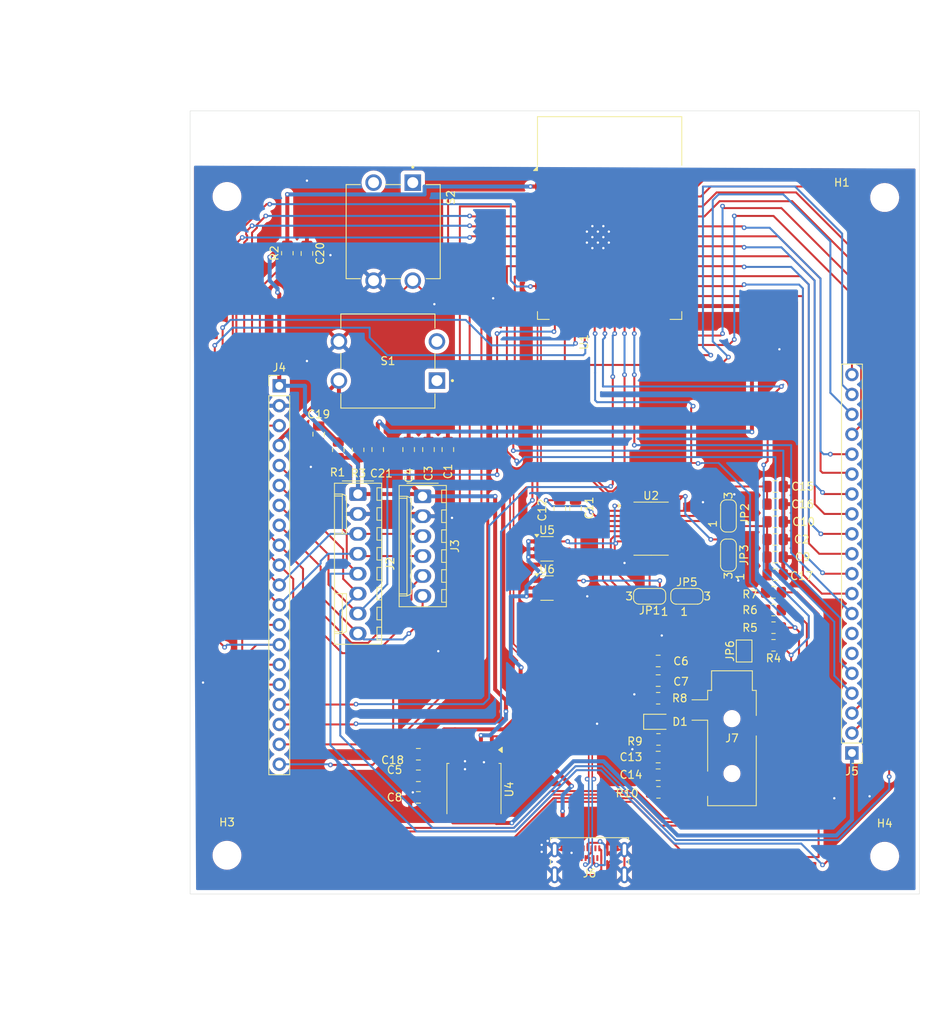
<source format=kicad_pcb>
(kicad_pcb (version 20240108) (generator "pcbnew") (generator_version "8.0")
  (layers (0 "F.Cu" signal) (31 "B.Cu" signal) (34 "B.Paste" user) (35 "F.Paste" user) (36 "B.SilkS" user "B.Silkscreen") (37 "F.SilkS" user "F.Silkscreen") (38 "B.Mask" user) (39 "F.Mask" user) (44 "Edge.Cuts" user))
  (net 0 "")
  (net 1 "GND")
  (net 2 "+3.3V")
  (net 3 "/DVDD")
  (net 4 "+5V")
  (net 5 "/AVDD")
  (net 6 "Net-(U2-CAPP)")
  (net 7 "Net-(U2-CAPM)")
  (net 8 "Net-(U2-CPGND)")
  (net 9 "Net-(U2-VNEG)")
  (net 10 "Net-(C13-Pad1)")
  (net 11 "Net-(C14-Pad2)")
  (net 12 "Net-(U2-LDOO)")
  (net 13 "Net-(C19-Pad2)")
  (net 14 "/EN")
  (net 15 "/Strapping")
  (net 16 "Net-(D1-A)")
  (net 17 "/Q2")
  (net 18 "/Q4")
  (net 19 "/Q3")
  (net 20 "/SH{slash}LD")
  (net 21 "/Q1")
  (net 22 "/CLK")
  (net 23 "/Q5")
  (net 24 "/Q6")
  (net 25 "Net-(J4-Pin_17)")
  (net 26 "/LRCK")
  (net 27 "/DIN")
  (net 28 "Net-(J4-Pin_18)")
  (net 29 "Net-(J4-Pin_19)")
  (net 30 "/SCK")
  (net 31 "Net-(J4-Pin_20)")
  (net 32 "/BCK")
  (net 34 "Net-(J5-Pin_20)")
  (net 35 "Net-(J5-Pin_2)")
  (net 36 "Net-(J5-Pin_3)")
  (net 37 "Net-(J5-Pin_17)")
  (net 38 "Net-(J5-Pin_14)")
  (net 39 "Net-(J5-Pin_9)")
  (net 40 "Net-(J5-Pin_11)")
  (net 41 "Net-(J5-Pin_18)")
  (net 43 "Net-(J5-Pin_15)")
  (net 44 "Net-(J5-Pin_19)")
  (net 45 "Net-(J5-Pin_16)")
  (net 46 "Net-(J5-Pin_4)")
  (net 47 "Net-(J5-Pin_12)")
  (net 48 "Net-(J5-Pin_8)")
  (net 49 "Net-(J5-Pin_5)")
  (net 50 "Net-(J5-Pin_10)")
  (net 51 "Net-(J5-Pin_13)")
  (net 55 "/D-")
  (net 57 "/D+")
  (net 58 "/DEMP")
  (net 59 "/XSMT")
  (net 60 "/FMT")
  (net 61 "/FLT")
  (net 62 "Net-(JP6-B)")
  (net 63 "Net-(U2-BCK)")
  (net 64 "Net-(U2-DIN)")
  (net 65 "Net-(U2-LRCK)")
  (net 66 "Net-(U2-OUTR)")
  (net 67 "Net-(U2-OUTL)")
  (footprint "Capacitor_SMD:C_0805_2012Metric_Pad1.18x1.45mm_HandSolder" (layer "F.Cu") (at 152.7125 89.25 180)
    (property "Reference" "C17")
    (property "Value" "0.1uF")
  )
  (footprint "Capacitor_SMD:C_0805_2012Metric_Pad1.18x1.45mm_HandSolder" (layer "F.Cu") (at 102.028 73.2875 90)
    (property "Reference" "C21")
    (property "Value" "1uF")
  )
  (footprint "Resistor_SMD:R_0805_2012Metric_Pad1.20x1.40mm_HandSolder" (layer "F.Cu") (at 152.5 98.25 180)
    (property "Reference" "R4")
    (property "Value" "22")
  )
  (footprint "Jumper:SolderJumper-3_P1.3mm_Open_RoundedPad1.0x1.5mm_NumberLabels" (layer "F.Cu") (at 141.45 92)
    (property "Reference" "JP5")
    (property "Value" "JUMPER_FLT_GND")
  )
  (footprint "Jumper:SolderJumper-3_P1.3mm_Open_RoundedPad1.0x1.5mm_NumberLabels" (layer "F.Cu") (at 146.75 86.75 -90)
    (property "Reference" "JP3")
    (property "Value" "JUMPER_FMT_GND")
  )
  (footprint "Resistor_SMD:R_0805_2012Metric_Pad1.20x1.40mm_HandSolder" (layer "F.Cu") (at 152.5 91.5 180)
    (property "Reference" "R7")
    (property "Value" "22")
  )
  (footprint "MountingHole:MountingHole_3.2mm_M3" (layer "F.Cu") (at 82.804 125.021)
    (property "Reference" "H3")
    (property "Value" "MountingHole")
  )
  (footprint "Connector_USB:USB_C_Receptacle_Amphenol_124019772112A" (layer "F.Cu") (at 129.037 127.333)
    (property "Reference" "J6")
    (property "Value" "USB_C_Receptacle_USB2.0_16P")
  )
  (footprint "Capacitor_SMD:C_0805_2012Metric_Pad1.18x1.45mm_HandSolder" (layer "F.Cu") (at 110.972 73.2875 -90)
    (property "Reference" "C1")
    (property "Value" "10uF")
  )
  (footprint "Resistor_SMD:R_0805_2012Metric_Pad1.20x1.40mm_HandSolder" (layer "F.Cu") (at 99.528 73.325 -90)
    (property "Reference" "R3")
    (property "Value" "100k")
  )
  (footprint "Capacitor_SMD:C_0805_2012Metric_Pad1.18x1.45mm_HandSolder" (layer "F.Cu") (at 107.2115 117.638 180)
    (property "Reference" "C8")
    (property "Value" "0.1uF")
  )
  (footprint "MountingHole:MountingHole_3.2mm_M3" (layer "F.Cu") (at 166.677 41.148)
    (property "Reference" "H1")
    (property "Value" "MountingHole" (hide yes))
  )
  (footprint "Capacitor_SMD:C_0805_2012Metric_Pad1.18x1.45mm_HandSolder" (layer "F.Cu") (at 137.7875 114.75)
    (property "Reference" "C14")
    (property "Value" "2.2uF")
  )
  (footprint "Jumper:SolderJumper-3_P1.3mm_Open_RoundedPad1.0x1.5mm_NumberLabels" (layer "F.Cu") (at 136.7 92 180)
    (property "Reference" "JP1")
    (property "Value" "JUMPER_DEMP_GND")
  )
  (footprint "LED_SMD:LED_0805_2012Metric_Pad1.15x1.40mm_HandSolder" (layer "F.Cu") (at 137.8 108)
    (property "Reference" "D1")
    (property "Value" "LED")
  )
  (footprint "Resistor_SMD:R_0805_2012Metric_Pad1.20x1.40mm_HandSolder" (layer "F.Cu") (at 137.7875 105)
    (property "Reference" "R8")
    (property "Value" "1k")
  )
  (footprint "Connector_PinHeader_2.54mm:PinHeader_1x20_P2.54mm_Vertical" (layer "F.Cu") (at 162.5 111.98 180)
    (property "Reference" "J5")
    (property "Value" "Conn_01x20")
  )
  (footprint "MountingHole:MountingHole_3.2mm_M3" (layer "F.Cu") (at 166.677 125.148)
    (property "Reference" "H4")
    (property "Value" "MountingHole")
  )
  (footprint "Capacitor_SMD:C_0805_2012Metric_Pad1.18x1.45mm_HandSolder" (layer "F.Cu") (at 127.25 80.7875 -90)
    (property "Reference" "C11")
    (property "Value" "2.2uF")
  )
  (footprint "Capacitor_SMD:C_0805_2012Metric_Pad1.18x1.45mm_HandSolder" (layer "F.Cu") (at 152.7125 78)
    (property "Reference" "C15")
    (property "Value" "10uF")
  )
  (footprint "Capacitor_SMD:C_0805_2012Metric_Pad1.18x1.45mm_HandSolder" (layer "F.Cu") (at 105.972 73.2875 -90)
    (property "Reference" "C4")
    (property "Value" "22uF")
  )
  (footprint "MountingHole:MountingHole_3.2mm_M3" (layer "F.Cu") (at 82.804 41.021)
    (property "Reference" "H2" (hide yes))
    (property "Value" "MountingHole" (hide yes))
  )
  (footprint "Connector_Molex:Molex_KK-254_AE-6410-08A_1x08_P2.54mm_Vertical" (layer "F.Cu") (at 99.5 78.96 -90)
    (property "Reference" "J2")
    (property "Value" "Conn_01x08")
  )
  (footprint "Capacitor_SMD:C_0805_2012Metric_Pad1.18x1.45mm_HandSolder" (layer "F.Cu") (at 152.7125 84.75 180)
    (property "Reference" "C2")
    (property "Value" "10uF")
  )
  (footprint "Capacitor_SMD:C_0805_2012Metric_Pad1.18x1.45mm_HandSolder" (layer "F.Cu") (at 94.5 71.325 90)
    (property "Reference" "C19")
    (property "Value" "1uF")
  )
  (footprint "Capacitor_SMD:C_0805_2012Metric_Pad1.18x1.45mm_HandSolder" (layer "F.Cu") (at 152.7125 80.25)
    (property "Reference" "C16")
    (property "Value" "0.1uF")
  )
  (footprint "Resistor_SMD:R_0805_2012Metric_Pad1.20x1.40mm_HandSolder" (layer "F.Cu") (at 90.5 48.25 90)
    (property "Reference" "R2")
    (property "Value" "100k")
  )
  (footprint "Capacitor_SMD:C_0805_2012Metric_Pad1.18x1.45mm_HandSolder" (layer "F.Cu") (at 137.7875 112.5 180)
    (property "Reference" "C13")
    (property "Value" "2.2uF")
  )
  (footprint "Capacitor_SMD:C_0805_2012Metric_Pad1.18x1.45mm_HandSolder" (layer "F.Cu") (at 152.7125 87)
    (property "Reference" "C9")
    (property "Value" "10uF")
  )
  (footprint "Connector_Audio:Jack_3.5mm_CUI_SJ-3523-SMT_Horizontal" (layer "F.Cu") (at 147.2 110.1)
    (property "Reference" "J7")
    (property "Value" "AudioJack3")
  )
  (footprint "Capacitor_SMD:C_0805_2012Metric_Pad1.18x1.45mm_HandSolder" (layer "F.Cu") (at 137.7875 100.25)
    (property "Reference" "C6")
    (property "Value" "0.1uF")
  )
  (footprint "Capacitor_SMD:C_0805_2012Metric_Pad1.18x1.45mm_HandSolder" (layer "F.Cu") (at 108.5 73.2875 -90)
    (property "Reference" "C3")
    (property "Value" "0.1uF")
  )
  (footprint "Capacitor_SMD:C_0805_2012Metric_Pad1.18x1.45mm_HandSolder" (layer "F.Cu") (at 152.7125 82.5)
    (property "Reference" "C10")
    (property "Value" "0.1uF")
  )
  (footprint "Capacitor_SMD:C_0805_2012Metric_Pad1.18x1.45mm_HandSolder" (layer "F.Cu") (at 125.25 80.7875 -90)
    (property "Reference" "C12")
    (property "Value" "2.2uF")
  )
  (footprint "Package_TO_SOT_SMD:SOT-23-5" (layer "F.Cu") (at 123.6125 90.95)
    (property "Reference" "U6")
    (property "Value" "ME6211C33M5")
  )
  (footprint "footprints:SW_TL1100F160Q" (layer "F.Cu") (at 104 45.5 -90)
    (property "Reference" "S2")
    (property "Value" "TL1100F160Q")
  )
  (footprint "Package_TO_SOT_SMD:SOT-23-5" (layer "F.Cu") (at 123.6125 85.95)
    (property "Reference" "U5")
    (property "Value" "ME6211C33M5")
  )
  (footprint "Jumper:SolderJumper-2_P1.3mm_Open_TrianglePad1.0x1.5mm" (layer "F.Cu") (at 148.75 98.975 90)
    (property "Reference" "JP6")
    (property "Value" "JUMPER_SCK_GND")
  )
  (footprint "Connector_PinHeader_2.54mm:PinHeader_1x20_P2.54mm_Vertical" (layer "F.Cu") (at 89.472 65.159)
    (property "Reference" "J4")
    (property "Value" "Conn_01x20")
  )
  (footprint "Resistor_SMD:R_0805_2012Metric_Pad1.20x1.40mm_HandSolder" (layer "F.Cu") (at 137.825 110.25)
    (property "Reference" "R9")
    (property "Value" "470")
  )
  (footprint "RF_Module:ESP32-S3-WROOM-1" (layer "F.Cu") (at 131.6 43.74)
    (property "Reference" "U1")
    (property "Value" "ESP32-S3-WROOM-1")
  )
  (footprint "Jumper:SolderJumper-3_P1.3mm_Open_RoundedPad1.0x1.5mm_NumberLabels" (layer "F.Cu") (at 146.75 81.75 90)
    (property "Reference" "JP2")
    (property "Value" "JUMPER_XSMT_3V3")
  )
  (footprint "Package_SO:TSSOP-20_4.4x6.5mm_P0.65mm" (layer "F.Cu") (at 136.8875 83.375)
    (property "Reference" "U2")
    (property "Value" "PCM5102")
  )
  (footprint "Capacitor_SMD:C_0805_2012Metric_Pad1.18x1.45mm_HandSolder" (layer "F.Cu") (at 107.2115 114.888)
    (property "Reference" "C18")
    (property "Value" "10uF")
  )
  (footprint "Capacitor_SMD:C_0805_2012Metric_Pad1.18x1.45mm_HandSolder" (layer "F.Cu") (at 137.7875 102.75)
    (property "Reference" "C7")
    (property "Value" "10uF")
  )
  (footprint "Package_TO_SOT_SMD:TO-252-3_TabPin2" (layer "F.Cu") (at 114.301 116.62 -90)
    (property "Reference" "U4")
    (property "Value" "AZ1117-3.3")
  )
  (footprint "Resistor_SMD:R_0805_2012Metric_Pad1.20x1.40mm_HandSolder" (layer "F.Cu") (at 152.5 93.75 180)
    (property "Reference" "R6")
    (property "Value" "22")
  )
  (footprint "Resistor_SMD:R_0805_2012Metric_Pad1.20x1.40mm_HandSolder" (layer "F.Cu") (at 97 73.325 -90)
    (property "Reference" "R1")
    (property "Value" "10k")
  )
  (footprint "Connector_Molex:Molex_KK-254_AE-6410-06A_1x06_P2.54mm_Vertical" (layer "F.Cu") (at 107.75 79.25 -90)
    (property "Reference" "J3")
    (property "Value" "Conn_01x06")
  )
  (footprint "Capacitor_SMD:C_0805_2012Metric_Pad1.18x1.45mm_HandSolder" (layer "F.Cu") (at 93 48.2875 -90)
    (property "Reference" "C20")
    (property "Value" "1uF")
  )
  (footprint "Resistor_SMD:R_0805_2012Metric_Pad1.20x1.40mm_HandSolder" (layer "F.Cu") (at 152.5 96 180)
    (property "Reference" "R5")
    (property "Value" "22")
  )
  (footprint "Resistor_SMD:R_0805_2012Metric_Pad1.20x1.40mm_HandSolder" (layer "F.Cu") (at 137.825 117 180)
    (property "Reference" "R10")
    (property "Value" "470")
  )
  (footprint "footprints:SW_TL1100F160Q" (layer "F.Cu") (at 103.325 62 180)
    (property "Reference" "S1")
    (property "Value" "TL1100F160Q")
  )
  (footprint "Capacitor_SMD:C_0805_2012Metric_Pad1.18x1.45mm_HandSolder" (layer "F.Cu") (at 107.2115 112.138 180)
    (property "Reference" "C5")
    (property "Value" "0.1uF")
  )
  (gr_rect (start 78.105 30.099) (end 171.105 129.957) (stroke (width 0.05)) (fill none) (layer "Edge.Cuts"))
  (segment (start 132.037 124.183) (end 132.087 124.133) (width 0.254) (layer "F.Cu") (net 1))
  (segment (start 132.762 124.308) (end 132.587 124.133) (width 0.254) (layer "F.Cu") (net 1))
  (segment (start 126.568 124.714) (end 125.987 124.133) (width 0.254) (layer "F.Cu") (net 1))
  (segment (start 122.936 123.698) (end 123.977 123.698) (width 0.254) (layer "F.Cu") (net 1))
  (segment (start 132.75 86.187501) (end 132.75 87) (width 0.254) (layer "F.Cu") (net 1))
  (segment (start 124.587 124.308) (end 125.312 124.308) (width 0.254) (layer "F.Cu") (net 1))
  (segment (start 117.421263 111.58) (end 116.581 111.58) (width 0.508) (layer "F.Cu") (net 1))
  (segment (start 133.287501 85.65) (end 132.75 86.187501) (width 0.254) (layer "F.Cu") (net 1))
  (segment (start 126.746 124.714) (end 126.568 124.714) (width 0.254) (layer "F.Cu") (net 1))
  (segment (start 125.987 124.133) (end 125.487 124.133) (width 0.254) (layer "F.Cu") (net 1))
  (segment (start 107.46 81.5) (end 107.75 81.79) (width 0.508) (layer "F.Cu") (net 1))
  (segment (start 132.75 87) (end 133.5 87.75) (width 0.254) (layer "F.Cu") (net 1))
  (segment (start 142.4 81.1) (end 143.5 80) (width 0.254) (layer "F.Cu") (net 1))
  (segment (start 132.087 124.133) (end 132.587 124.133) (width 0.254) (layer "F.Cu") (net 1))
  (segment (start 134.025 85.65) (end 133.287501 85.65) (width 0.254) (layer "F.Cu") (net 1))
  (segment (start 99.5 81.5) (end 107.46 81.5) (width 0.508) (layer "F.Cu") (net 1))
  (segment (start 133.487 127.508) (end 133.487 124.308) (width 0.254) (layer "F.Cu") (net 1))
  (segment (start 133.487 124.308) (end 132.762 124.308) (width 0.254) (layer "F.Cu") (net 1))
  (segment (start 139.75 81.1) (end 142.4 81.1) (width 0.254) (layer "F.Cu") (net 1))
  (segment (start 132.037 125.383) (end 132.037 124.183) (width 0.254) (layer "F.Cu") (net 1))
  (segment (start 124.762 124.133) (end 124.587 124.308) (width 0.508) (layer "F.Cu") (net 1))
  (segment (start 125.312 124.308) (end 125.487 124.133) (width 0.254) (layer "F.Cu") (net 1))
  (segment (start 123.977 123.698) (end 124.587 124.308) (width 0.254) (layer "F.Cu") (net 1))
  (via (at 122.936 123.698) (size 0.6) (drill 0.3) (layers "F.Cu" "B.Cu") (net 1))
  (via (at 130 108.25) (size 0.6) (drill 0.3) (layers "F.Cu" "B.Cu") (net 1))
  (via (at 115.57 113.157) (size 0.6) (drill 0.3) (layers "F.Cu" "B.Cu") (net 1))
  (via (at 106.5 117) (size 0.6) (drill 0.3) (layers "F.Cu" "B.Cu") (net 1))
  (via (at 93 39) (size 0.6) (drill 0.3) (layers "F.Cu" "B.Cu") (net 1))
  (via (at 109.75 99) (size 0.6) (drill 0.3) (layers "F.Cu" "B.Cu") (net 1))
  (via (at 148 90) (size 0.6) (drill 0.3) (layers "F.Cu" "B.Cu") (net 1))
  (via (at 128.75 92) (size 0.6) (drill 0.3) (layers "F.Cu" "B.Cu") (net 1))
  (via (at 134.5 111.5) (size 0.6) (drill 0.3) (layers "F.Cu" "B.Cu") (net 1))
  (via (at 147.5 79) (size 0.6) (drill 0.3) (layers "F.Cu" "B.Cu") (net 1))
  (via (at 126.746 124.714) (size 0.6) (drill 0.3) (layers "F.Cu" "B.Cu") (net 1))
  (via (at 143.5 80) (size 0.6) (drill 0.3) (layers "F.Cu" "B.Cu") (net 1))
  (via (at 138.25 97) (size 0.6) (drill 0.3) (layers "F.Cu" "B.Cu") (net 1))
  (via (at 133.5 87.75) (size 0.6) (drill 0.3) (layers "F.Cu" "B.Cu") (net 1))
  (via (at 134.75 104.5) (size 0.6) (drill 0.3) (layers "F.Cu" "B.Cu") (net 1))
  (via (at 96 48.5) (size 0.6) (drill 0.3) (layers "F.Cu" "B.Cu") (net 1))
  (via (at 79.75 103) (size 0.6) (drill 0.3) (layers "F.Cu" "B.Cu") (net 1))
  (via (at 111.5 82) (size 0.6) (drill 0.3) (layers "F.Cu" "B.Cu") (net 1))
  (via (at 164.75 117.5) (size 0.6) (drill 0.3) (layers "F.Cu" "B.Cu") (net 1))
  (via (at 160.25 117.75) (size 0.6) (drill 0.3) (layers "F.Cu" "B.Cu") (net 1))
  (via (at 93 62) (size 0.6) (drill 0.3) (layers "F.Cu" "B.Cu") (net 1))
  (via (at 93.5 75.5) (size 0.6) (drill 0.3) (layers "F.Cu" "B.Cu") (net 1))
  (via (at 109.25 54.75) (size 0.6) (drill 0.3) (layers "F.Cu" "B.Cu") (net 1))
  (via (at 113.157 113.03) (size 0.6) (drill 0.3) (layers "F.Cu" "B.Cu") (net 1))
  (via (at 122.936 124.587) (size 0.6) (drill 0.3) (layers "F.Cu" "B.Cu") (net 1))
  (via (at 123.698 123.19) (size 0.6) (drill 0.3) (layers "F.Cu" "B.Cu") (net 1))
  (via (at 116.75 54) (size 0.6) (drill 0.3) (layers "F.Cu" "B.Cu") (net 1))
  (via (at 153.25 60.5) (size 0.6) (drill 0.3) (layers "F.Cu" "B.Cu") (net 1))
  (via (at 113.157 114.046) (size 0.6) (drill 0.3) (layers "F.Cu" "B.Cu") (net 1))
  (segment (start 97 74.325) (end 99.528 74.325) (width 0.508) (layer "F.Cu") (net 2))
  (segment (start 117.175 120.904) (end 115.826 119.555) (width 0.508) (layer "F.Cu") (net 2))
  (segment (start 119.126 120.904) (end 117.175 120.904) (width 0.508) (layer "F.Cu") (net 2))
  (segment (start 89.472 65.159) (end 89.472 53.472) (width 0.508) (layer "F.Cu") (net 2))
  (segment (start 117 103.873) (end 118.377 105.25) (width 0.508) (layer "F.Cu") (net 2))
  (segment (start 117 79.25) (end 117 103.873) (width 0.508) (layer "F.Cu") (net 2))
  (segment (start 110.972 74.325) (end 108.5 74.325) (width 0.508) (layer "F.Cu") (net 2))
  (segment (start 121.5 39.75) (end 122.85 39.75) (width 0.508) (layer "F.Cu") (net 2))
  (segment (start 105.972 77.472) (end 107.75 79.25) (width 0.508) (layer "F.Cu") (net 2))
  (segment (start 118.377 106.299) (end 118.377 106.68) (width 0.508) (layer "F.Cu") (net 2))
  (segment (start 99.5 78.96) (end 107.46 78.96) (width 0.508) (layer "F.Cu") (net 2))
  (segment (start 90.5 47.25) (end 90.5 40.75) (width 0.508) (layer "F.Cu") (net 2))
  (segment (start 108.5 74.325) (end 105.972 74.325) (width 0.508) (layer "F.Cu") (net 2))
  (segment (start 99.528 78.932) (end 99.5 78.96) (width 0.508) (layer "F.Cu") (net 2))
  (segment (start 105.972 74.325) (end 105.972 77.472) (width 0.508) (layer "F.Cu") (net 2))
  (segment (start 115.189 110.692) (end 114.301 111.58) (width 0.508) (layer "F.Cu") (net 2))
  (segment (start 89.75 47.25) (end 88.25 48.75) (width 0.508) (layer "F.Cu") (net 2))
  (segment (start 107.46 78.96) (end 107.75 79.25) (width 0.508) (layer "F.Cu") (net 2))
  (segment (start 90.5 47.25) (end 89.75 47.25) (width 0.508) (layer "F.Cu") (net 2))
  (segment (start 99.528 74.325) (end 99.528 78.932) (width 0.508) (layer "F.Cu") (net 2))
  (segment (start 114.301 111.58) (end 114.301 117.88) (width 0.508) (layer "F.Cu") (net 2))
  (segment (start 89.472 53.472) (end 89.25 53.25) (width 0.508) (layer "F.Cu") (net 2))
  (segment (start 115.189 109.728) (end 115.189 110.692) (width 0.508) (layer "F.Cu") (net 2))
  (segment (start 118.377 105.25) (end 118.377 106.299) (width 0.508) (layer "F.Cu") (net 2))
  (via (at 119.126 120.904) (size 0.6) (drill 0.3) (layers "F.Cu" "B.Cu") (net 2))
  (via (at 117 79.25) (size 0.6) (drill 0.3) (layers "F.Cu" "B.Cu") (net 2))
  (via (at 121.5 39.75) (size 0.6) (drill 0.3) (layers "F.Cu" "B.Cu") (net 2))
  (via (at 88.25 48.75) (size 0.6) (drill 0.3) (layers "F.Cu" "B.Cu") (net 2))
  (via (at 118.377 106.68) (size 0.6) (drill 0.3) (layers "F.Cu" "B.Cu") (net 2))
  (via (at 89.25 53.25) (size 0.6) (drill 0.3) (layers "F.Cu" "B.Cu") (net 2))
  (via (at 115.189 109.728) (size 0.6) (drill 0.3) (layers "F.Cu" "B.Cu") (net 2))
  (via (at 90.5 40.75) (size 0.6) (drill 0.3) (layers "F.Cu" "B.Cu") (net 2))
  (segment (start 127 113.03) (end 130.81 113.03) (width 0.508) (layer "B.Cu") (net 2))
  (segment (start 89.25 52.75) (end 89.25 53.25) (width 0.508) (layer "B.Cu") (net 2))
  (segment (start 107.75 79.25) (end 117 79.25) (width 0.508) (layer "B.Cu") (net 2))
  (segment (start 118.377 107.694658) (end 116.343658 109.728) (width 0.508) (layer "B.Cu") (net 2))
  (segment (start 108.004 40.754) (end 90.504 40.754) (width 0.508) (layer "B.Cu") (net 2))
  (segment (start 92.75 65.159) (end 92.75 65.25) (width 0.508) (layer "B.Cu") (net 2))
  (segment (start 121.5 39.75) (end 108.004 39.75) (width 0.508) (layer "B.Cu") (net 2))
  (segment (start 116.343658 109.728) (end 115.57 109.728) (width 0.508) (layer "B.Cu") (net 2))
  (segment (start 88.25 51.75) (end 89.25 52.75) (width 0.508) (layer "B.Cu") (net 2))
  (segment (start 130.81 113.03) (end 140.28 122.5) (width 0.508) (layer "B.Cu") (net 2))
  (segment (start 90.504 40.754) (end 90.5 40.75) (width 0.508) (layer "B.Cu") (net 2))
  (segment (start 99.5 75.187) (end 99.5 78.96) (width 0.508) (layer "B.Cu") (net 2))
  (segment (start 115.57 109.728) (end 115.189 109.728) (width 0.508) (layer "B.Cu") (net 2))
  (segment (start 118.377 106.68) (end 118.377 107.694658) (width 0.508) (layer "B.Cu") (net 2))
  (segment (start 160.5 122.5) (end 162.5 120.5) (width 0.508) (layer "B.Cu") (net 2))
  (segment (start 140.28 122.5) (end 160.5 122.5) (width 0.508) (layer "B.Cu") (net 2))
  (segment (start 92.75 65.25) (end 92.75 68.437) (width 0.508) (layer "B.Cu") (net 2))
  (segment (start 108.004 39.75) (end 108.004 40.754) (width 0.508) (layer "B.Cu") (net 2))
  (segment (start 119.126 120.904) (end 127 113.03) (width 0.508) (layer "B.Cu") (net 2))
  (segment (start 162.5 120.5) (end 162.5 111.98) (width 0.508) (layer "B.Cu") (net 2))
  (segment (start 88.25 48.75) (end 88.25 51.75) (width 0.508) (layer "B.Cu") (net 2))
  (segment (start 92.75 68.437) (end 99.5 75.187) (width 0.508) (layer "B.Cu") (net 2))
  (segment (start 92.659 65.159) (end 92.75 65.25) (width 0.508) (layer "B.Cu") (net 2))
  (segment (start 89.472 65.159) (end 92.659 65.159) (width 0.508) (layer "B.Cu") (net 2))
  (segment (start 151.125 83.05) (end 146.75 83.05) (width 0.254) (layer "F.Cu") (net 3))
  (segment (start 129.382712 77.25) (end 122.392052 77.25) (width 0.254) (layer "F.Cu") (net 3))
  (segment (start 128.227 90) (end 128.27 90.043) (width 0.2) (layer "F.Cu") (net 3))
  (segment (start 139.75 80.45) (end 140.95 79.25) (width 0.254) (layer "F.Cu") (net 3))
  (segment (start 144.5 84.75) (end 146.05 84.75) (width 0.254) (layer "F.Cu") (net 3))
  (segment (start 151.675 87) (end 151.675 89.25) (width 0.508) (layer "F.Cu") (net 3))
  (segment (start 138 92) (end 138 90) (width 0.254) (layer "F.Cu") (net 3))
  (segment (start 127.25 84) (end 127.25 88.75) (width 0.254) (layer "F.Cu") (net 3))
  (segment (start 122.392052 79.99466) (end 121.75 80.636712) (width 0.254) (layer "F.Cu") (net 3))
  (segment (start 127.25 88.75) (end 126 90) (width 0.254) (layer "F.Cu") (net 3))
  (segment (start 151.675 82.5) (end 151.125 83.05) (width 0.254) (layer "F.Cu") (net 3))
  (segment (start 126 90) (end 124.75 90) (width 0.254) (layer "F.Cu") (net 3))
  (segment (start 151.675 84.75) (end 151.675 87) (width 0.508) (layer "F.Cu") (net 3))
  (segment (start 122 84) (end 127.25 84) (width 0.254) (layer "F.Cu") (net 3))
  (segment (start 122.392052 77.25) (end 122.392052 79.99466) (width 0.254) (layer "F.Cu") (net 3))
  (segment (start 121.75 80.636712) (end 121.75 83.75) (width 0.254) (layer "F.Cu") (net 3))
  (segment (start 138 92) (end 138 92.1125) (width 0.508) (layer "F.Cu") (net 3))
  (segment (start 151.675 82.5) (end 151.675 84.75) (width 0.254) (layer "F.Cu") (net 3))
  (segment (start 138 92) (end 140.15 92) (width 0.508) (layer "F.Cu") (net 3))
  (segment (start 126 90) (end 128.227 90) (width 0.2) (layer "F.Cu") (net 3))
  (segment (start 140.95 79.25) (end 141.25 79.25) (width 0.254) (layer "F.Cu") (net 3))
  (segment (start 146.05 84.75) (end 146.75 85.45) (width 0.254) (layer "F.Cu") (net 3))
  (segment (start 121.75 83.75) (end 122 84) (width 0.254) (layer "F.Cu") (net 3))
  (segment (start 138 92.1125) (end 138.1125 92.225) (width 0.508) (layer "F.Cu") (net 3))
  (segment (start 146.75 85.45) (end 146.75 83.05) (width 0.508) (layer "F.Cu") (net 3))
  (segment (start 131.382712 79.25) (end 129.382712 77.25) (width 0.254) (layer "F.Cu") (net 3))
  (segment (start 141.25 79.25) (end 131.382712 79.25) (width 0.254) (layer "F.Cu") (net 3))
  (via (at 138 90) (size 0.6) (drill 0.3) (layers "F.Cu" "B.Cu") (net 3))
  (via (at 141.25 79.25) (size 0.6) (drill 0.3) (layers "F.Cu" "B.Cu") (net 3))
  (via (at 144.5 84.75) (size 0.6) (drill 0.3) (layers "F.Cu" "B.Cu") (net 3))
  (via (at 128.27 90.043) (size 0.6) (drill 0.3) (layers "F.Cu" "B.Cu") (net 3))
  (segment (start 141.25 81.5) (end 144.5 84.75) (width 0.254) (layer "B.Cu") (net 3))
  (segment (start 129.707 90.043) (end 129.75 90) (width 0.2) (layer "B.Cu") (net 3))
  (segment (start 141.25 79.25) (end 141.25 81.5) (width 0.254) (layer "B.Cu") (net 3))
  (segment (start 128.27 90.043) (end 129.707 90.043) (width 0.2) (layer "B.Cu") (net 3))
  (segment (start 138 90) (end 129.75 90) (width 0.254) (layer "B.Cu") (net 3))
  (segment (start 127.787 124.133) (end 127.537 124.383) (width 0.254) (layer "F.Cu") (net 4))
  (segment (start 127.537 124.383) (end 127.537 125.383) (width 0.254) (layer "F.Cu") (net 4))
  (segment (start 122.475 86.9) (end 121.35 86.9) (width 0.508) (layer "F.Cu") (net 4))
  (segment (start 108.749 112.138) (end 108.974 111.913) (width 0.508) (layer "F.Cu") (net 4))
  (segment (start 110.49 108.966) (end 111.887 108.966) (width 0.508) (layer "F.Cu") (net 4))
  (segment (start 130.537 126.852) (end 130.537 125.383) (width 0.254) (layer "F.Cu") (net 4))
  (segment (start 126.746 116.205) (end 120.25 109.709) (width 0.508) (layer "F.Cu") (net 4))
  (segment (start 122.475 91.9) (end 121.1 91.9) (width 0.508) (layer "F.Cu") (net 4))
  (segment (start 122.475 89.275) (end 122.75 89) (width 0.508) (layer "F.Cu") (net 4))
  (segment (start 120.25 107.75) (end 120.25 101) (width 0.508) (layer "F.Cu") (net 4))
  (segment (start 112.021 109.481) (end 112.021 111.58) (width 0.508) (layer "F.Cu") (net 4))
  (segment (start 129.847 127.542) (end 130.537 126.852) (width 0.254) (layer "F.Cu") (net 4))
  (segment (start 108.974 110.482) (end 110.49 108.966) (width 0.508) (layer "F.Cu") (net 4))
  (segment (start 108.974 111.913) (end 108.974 110.482) (width 0.508) (layer "F.Cu") (net 4))
  (segment (start 125.603 122.449) (end 127.537 124.383) (width 0.508) (layer "F.Cu") (net 4))
  (segment (start 127.537 125.383) (end 127.537 126.629) (width 0.254) (layer "F.Cu") (net 4))
  (segment (start 108.249 114.888) (end 108.249 117.638) (width 0.508) (layer "F.Cu") (net 4))
  (segment (start 130.537 124.383) (end 130.537 125.383) (width 0.254) (layer "F.Cu") (net 4))
  (segment (start 122.475 85) (end 121.25 85) (width 0.508) (layer "F.Cu") (net 4))
  (segment (start 111.887 108.966) (end 118.141 108.966) (width 0.508) (layer "F.Cu") (net 4))
  (segment (start 130.287 124.133) (end 130.537 124.383) (width 0.254) (layer "F.Cu") (net 4))
  (segment (start 125.603 119.38) (end 125.603 122.449) (width 0.508) (layer "F.Cu") (net 4))
  (segment (start 120.25 101) (end 120.329 101.079) (width 0.508) (layer "F.Cu") (net 4))
  (segment (start 119.357 107.75) (end 120.25 107.75) (width 0.508) (layer "F.Cu") (net 4))
  (segment (start 122.475 90) (end 122.475 89.275) (width 0.508) (layer "F.Cu") (net 4))
  (segment (start 108.249 112.138) (end 108.249 114.888) (width 0.508) (layer "F.Cu") (net 4))
  (segment (start 120.25 109.709) (end 120.25 107.75) (width 0.508) (layer "F.Cu") (net 4))
  (segment (start 108.249 112.138) (end 108.749 112.138) (width 0.508) (layer "F.Cu") (net 4))
  (segment (start 118.141 108.966) (end 119.357 107.75) (width 0.508) (layer "F.Cu") (net 4))
  (segment (start 121.35 86.9) (end 121.25 87) (width 0.508) (layer "F.Cu") (net 4))
  (segment (start 111.887 108.966) (end 111.887 109.347) (width 0.508) (layer "F.Cu") (net 4))
  (segment (start 111.887 109.347) (end 112.021 109.481) (width 0.508) (layer "F.Cu") (net 4))
  (segment (start 128.45 127.542) (end 129.847 127.542) (width 0.254) (layer "F.Cu") (net 4))
  (segment (start 127.537 126.629) (end 128.45 127.542) (width 0.254) (layer "F.Cu") (net 4))
  (segment (start 121.1 91.9) (end 121 92) (width 0.508) (layer "F.Cu") (net 4))
  (via (at 125.603 119.38) (size 0.6) (drill 0.3) (layers "F.Cu" "B.Cu") (net 4))
  (via (at 120.329 101.079) (size 0.6) (drill 0.3) (layers "F.Cu" "B.Cu") (net 4))
  (via (at 121.25 87) (size 0.6) (drill 0.3) (layers "F.Cu" "B.Cu") (net 4))
  (via (at 121 92) (size 0.6) (drill 0.3) (layers "F.Cu" "B.Cu") (net 4))
  (via (at 126.746 116.205) (size 0.6) (drill 0.3) (layers "F.Cu" "B.Cu") (net 4))
  (via (at 121.25 85) (size 0.6) (drill 0.3) (layers "F.Cu" "B.Cu") (net 4))
  (via (at 122.75 89) (size 0.6) (drill 0.3) (layers "F.Cu" "B.Cu") (net 4))
  (segment (start 121.25 85) (end 121.25 87) (width 0.508) (layer "B.Cu") (net 4))
  (segment (start 122.75 89) (end 121 90.75) (width 0.508) (layer "B.Cu") (net 4))
  (segment (start 121 92) (end 119 92) (width 0.508) (layer "B.Cu") (net 4))
  (segment (start 126.746 116.213) (end 126.746 116.205) (width 0.508) (layer "B.Cu") (net 4))
  (segment (start 119 99.75) (end 120.329 101.079) (width 0.508) (layer "B.Cu") (net 4))
  (segment (start 125.603 117.356) (end 126.746 116.213) (width 0.508) (layer "B.Cu") (net 4))
  (segment (start 125.603 119.38) (end 125.603 117.356) (width 0.508) (layer "B.Cu") (net 4))
  (segment (start 121 90.75) (end 121 92) (width 0.508) (layer "B.Cu") (net 4))
  (segment (start 121.25 87.5) (end 121.25 87) (width 0.508) (layer "B.Cu") (net 4))
  (segment (start 119 92) (end 119 99.75) (width 0.508) (layer "B.Cu") (net 4))
  (segment (start 122.75 89) (end 121.25 87.5) (width 0.508) (layer "B.Cu") (net 4))
  (segment (start 126.25 85) (end 124.75 85) (width 0.254) (layer "F.Cu") (net 5))
  (segment (start 136.7875 105) (end 136.7875 102.7875) (width 0.508) (layer "F.Cu") (net 5))
  (segment (start 132.25 88.75) (end 134.25 90.75) (width 0.254) (layer "F.Cu") (net 5))
  (segment (start 132.273 80.45) (end 132.25 80.473) (width 0.254) (layer "F.Cu") (net 5))
  (segment (start 132.377 85.25) (end 132.627 85) (width 0.254) (layer "F.Cu") (net 5))
  (segment (start 132.627 85) (end 134.025 85) (width 0.254) (layer "F.Cu") (net 5))
  (segment (start 136.7875 102.7875) (end 136.75 102.75) (width 0.508) (layer "F.Cu") (net 5))
  (segment (start 132.377 85.25) (end 132.25 85.377) (width 0.254) (layer "F.Cu") (net 5))
  (segment (start 136.75 102.75) (end 136.75 100.25) (width 0.508) (layer "F.Cu") (net 5))
  (segment (start 134.25 97.75) (end 136.75 100.25) (width 0.254) (layer "F.Cu") (net 5))
  (segment (start 134.25 90.75) (end 134.25 97.75) (width 0.254) (layer "F.Cu") (net 5))
  (segment (start 134.025 80.45) (end 132.273 80.45) (width 0.254) (layer "F.Cu") (net 5))
  (segment (start 132.25 85.377) (end 132.25 88.75) (width 0.254) (layer "F.Cu") (net 5))
  (via (at 132.377 85.25) (size 0.6) (drill 0.3) (layers "F.Cu" "B.Cu") (net 5))
  (via (at 132.25 80.473) (size 0.6) (drill 0.3) (layers "F.Cu" "B.Cu") (net 5))
  (via (at 126.25 85) (size 0.6) (drill 0.3) (layers "F.Cu" "B.Cu") (net 5))
  (segment (start 132.25 85.123) (end 132.25 80.473) (width 0.254) (layer "B.Cu") (net 5))
  (segment (start 126.5 85.25) (end 126.25 85) (width 0.254) (layer "B.Cu") (net 5))
  (segment (start 132.377 85.25) (end 126.5 85.25) (width 0.254) (layer "B.Cu") (net 5))
  (segment (start 132.377 85.25) (end 132.25 85.123) (width 0.254) (layer "B.Cu") (net 5))
  (segment (start 129 79.75) (end 130.35 81.1) (width 0.254) (layer "F.Cu") (net 6))
  (segment (start 130.35 81.1) (end 134.025 81.1) (width 0.254) (layer "F.Cu") (net 6))
  (segment (start 127.25 79.75) (end 129 79.75) (width 0.254) (layer "F.Cu") (net 6))
  (segment (start 127.825 82.4) (end 127.25 81.825) (width 0.254) (layer "F.Cu") (net 7))
  (segment (start 134.025 82.4) (end 127.825 82.4) (width 0.254) (layer "F.Cu") (net 7))
  (segment (start 129.25 81.25) (end 129.75 81.75) (width 0.254) (layer "F.Cu") (net 8))
  (segment (start 129.75 81.75) (end 134.025 81.75) (width 0.254) (layer "F.Cu") (net 8))
  (segment (start 123.5 79.75) (end 125.25 79.75) (width 0.254) (layer "F.Cu") (net 8))
  (via (at 129.25 81.25) (size 0.6) (drill 0.3) (layers "F.Cu" "B.Cu") (net 8))
  (via (at 123.5 79.75) (size 0.6) (drill 0.3) (layers "F.Cu" "B.Cu") (net 8))
  (segment (start 128.5 80.5) (end 124.25 80.5) (width 0.254) (layer "B.Cu") (net 8))
  (segment (start 129.25 81.25) (end 128.5 80.5) (width 0.254) (layer "B.Cu") (net 8))
  (segment (start 124.25 80.5) (end 123.5 79.75) (width 0.254) (layer "B.Cu") (net 8))
  (segment (start 126.475 83.05) (end 125.25 81.825) (width 0.254) (layer "F.Cu") (net 9))
  (segment (start 134.025 83.05) (end 126.475 83.05) (width 0.254) (layer "F.Cu") (net 9))
  (segment (start 138.825 110.25) (end 138.825 112.5) (width 0.508) (layer "F.Cu") (net 10))
  (segment (start 138.825 112.5) (end 140.1 112.5) (width 0.508) (layer "F.Cu") (net 10))
  (segment (start 140.1 112.5) (end 143.5 115.9) (width 0.508) (layer "F.Cu") (net 10))
  (segment (start 153.25 109.5) (end 153.25 119.5) (width 0.508) (layer "F.Cu") (net 11))
  (segment (start 153 119.75) (end 140.5 119.75) (width 0.508) (layer "F.Cu") (net 11))
  (segment (start 138.825 114.75) (end 138.825 114.925) (width 0.508) (layer "F.Cu") (net 11))
  (segment (start 138.825 115.075) (end 138.825 117) (width 0.508) (layer "F.Cu") (net 11))
  (segment (start 138.825 114.925) (end 138.75 115) (width 0.508) (layer "F.Cu") (net 11))
  (segment (start 153.25 119.5) (end 153 119.75) (width 0.508) (layer "F.Cu") (net 11))
  (segment (start 140.5 119.75) (end 138.825 118.075) (width 0.508) (layer "F.Cu") (net 11))
  (segment (start 138.825 118.075) (end 138.825 117) (width 0.508) (layer "F.Cu") (net 11))
  (segment (start 150.9 108.5) (end 152.25 108.5) (width 0.508) (layer "F.Cu") (net 11))
  (segment (start 138.75 115) (end 138.825 115.075) (width 0.508) (layer "F.Cu") (net 11))
  (segment (start 152.25 108.5) (end 153.25 109.5) (width 0.508) (layer "F.Cu") (net 11))
  (segment (start 146 78) (end 145 79) (width 0.254) (layer "F.Cu") (net 12))
  (segment (start 144.017941 81.75) (end 139.75 81.75) (width 0.254) (layer "F.Cu") (net 12))
  (segment (start 145 80.767941) (end 144.017941 81.75) (width 0.254) (layer "F.Cu") (net 12))
  (segment (start 145 79) (end 145 80.767941) (width 0.254) (layer "F.Cu") (net 12))
  (segment (start 151.675 78) (end 146 78) (width 0.254) (layer "F.Cu") (net 12))
  (segment (start 151.675 80.25) (end 151.675 78) (width 0.254) (layer "F.Cu") (net 12))
  (segment (start 94.5 70.2875) (end 94.9625 70.2875) (width 0.508) (layer "F.Cu") (net 13))
  (segment (start 94.9625 70.2875) (end 97 72.325) (width 0.508) (layer "F.Cu") (net 13))
  (segment (start 97.75 54.075) (end 97.75 54.25) (width 0.254) (layer "F.Cu") (net 14))
  (segment (start 93 49.325) (end 97.75 54.075) (width 0.254) (layer "F.Cu") (net 14))
  (segment (start 87 70.239) (end 87 52.75) (width 0.254) (layer "F.Cu") (net 14))
  (segment (start 111 41.02) (end 111 53) (width 0.254) (layer "F.Cu") (net 14))
  (segment (start 107.75 53) (end 106.5 51.75) (width 0.254) (layer "F.Cu") (net 14))
  (segment (start 87 52.75) (end 90.5 49.25) (width 0.254) (layer "F.Cu") (net 14))
  (segment (start 111 53) (end 107.75 53) (width 0.254) (layer "F.Cu") (net 14))
  (segment (start 89.472 70.239) (end 87 70.239) (width 0.254) (layer "F.Cu") (net 14))
  (segment (start 104 54.25) (end 106.5 51.75) (width 0.254) (layer "F.Cu") (net 14))
  (segment (start 92.925 49.25) (end 93 49.325) (width 0.254) (layer "F.Cu") (net 14))
  (segment (start 90.5 49.25) (end 92.925 49.25) (width 0.254) (layer "F.Cu") (net 14))
  (segment (start 122.85 41.02) (end 111 41.02) (width 0.254) (layer "F.Cu") (net 14))
  (segment (start 97.75 54.25) (end 104 54.25) (width 0.254) (layer "F.Cu") (net 14))
  (segment (start 102.028 72.25) (end 102.028 69.972) (width 0.508) (layer "F.Cu") (net 15))
  (segment (start 101.953 72.325) (end 102.028 72.25) (width 0.508) (layer "F.Cu") (net 15))
  (segment (start 149.75 55.25) (end 149.49 54.99) (width 0.508) (layer "F.Cu") (net 15))
  (segment (start 99.528 72.325) (end 101.953 72.325) (width 0.508) (layer "F.Cu") (net 15))
  (segment (start 97.075 69.872) (end 99.528 72.325) (width 0.508) (layer "F.Cu") (net 15))
  (segment (start 97.075 64.5) (end 89.472 72.103) (width 0.508) (layer "F.Cu") (net 15))
  (segment (start 97.075 64.5) (end 97.075 69.872) (width 0.508) (layer "F.Cu") (net 15))
  (segment (start 149.49 54.99) (end 140.35 54.99) (width 0.508) (layer "F.Cu") (net 15))
  (segment (start 102.028 69.972) (end 102.25 69.75) (width 0.508) (layer "F.Cu") (net 15))
  (segment (start 89.472 72.103) (end 89.472 72.779) (width 0.508) (layer "F.Cu") (net 15))
  (segment (start 149.75 71.043356) (end 149.75 55.25) (width 0.508) (layer "F.Cu") (net 15))
  (via (at 149.75 71.043356) (size 0.6) (drill 0.3) (layers "F.Cu" "B.Cu") (net 15))
  (via (at 102.25 69.75) (size 0.6) (drill 0.3) (layers "F.Cu" "B.Cu") (net 15))
  (segment (start 149.75 71.043356) (end 149.706644 71) (width 0.508) (layer "B.Cu") (net 15))
  (segment (start 149.706644 71) (end 103.5 71) (width 0.508) (layer "B.Cu") (net 15))
  (segment (start 103.5 71) (end 102.25 69.75) (width 0.508) (layer "B.Cu") (net 15))
  (segment (start 138.7875 105) (end 138.7875 107.9625) (width 0.508) (layer "F.Cu") (net 16))
  (segment (start 138.7875 107.9625) (end 138.825 108) (width 0.508) (layer "F.Cu") (net 16))
  (segment (start 144.5 39.75) (end 143.23 41.02) (width 0.254) (layer "F.Cu") (net 17))
  (segment (start 97.624 89.784) (end 97.624 86.011) (width 0.254) (layer "F.Cu") (net 17))
  (segment (start 99.5 91.66) (end 97.624 89.784) (width 0.254) (layer "F.Cu") (net 17))
  (segment (start 143.23 41.02) (end 140.35 41.02) (width 0.254) (layer "F.Cu") (net 17))
  (segment (start 156.625 39.75) (end 144.5 39.75) (width 0.254) (layer "F.Cu") (net 17))
  (segment (start 167.25 50.375) (end 156.625 39.75) (width 0.254) (layer "F.Cu") (net 17))
  (segment (start 97.624 86.011) (end 89.472 77.859) (width 0.254) (layer "F.Cu") (net 17))
  (segment (start 167.25 115) (end 167.25 50.375) (width 0.254) (layer "F.Cu") (net 17))
  (via (at 167.25 115) (size 0.6) (drill 0.3) (layers "F.Cu" "B.Cu") (net 17))
  (segment (start 97.25 93.91) (end 99.5 91.66) (width 0.254) (layer "B.Cu") (net 17))
  (segment (start 97.25 109.75) (end 97.25 93.91) (width 0.254) (layer "B.Cu") (net 17))
  (segment (start 119.385712 121.531) (end 109.031 121.531) (width 0.254) (layer "B.Cu") (net 17))
  (segment (start 167.25 116.595) (end 165.400342 118.444658) (width 0.254) (layer "B.Cu") (net 17))
  (segment (start 165.400342 118.444658) (end 165.377 118.444658) (width 0.254) (layer "B.Cu") (net 17))
  (segment (start 160.740658 123.081) (end 140.039342 123.081) (width 0.254) (layer "B.Cu") (net 17))
  (segment (start 109.031 121.531) (end 97.25 109.75) (width 0.254) (layer "B.Cu") (net 17))
  (segment (start 140.039342 123.081) (end 130.623342 113.665) (width 0.254) (layer "B.Cu") (net 17))
  (segment (start 165.377 118.444658) (end 160.740658 123.081) (width 0.254) (layer "B.Cu") (net 17))
  (segment (start 130.623342 113.665) (end 127.251712 113.665) (width 0.254) (layer "B.Cu") (net 17))
  (segment (start 167.25 115) (end 167.25 116.595) (width 0.254) (layer "B.Cu") (net 17))
  (segment (start 127.251712 113.665) (end 119.385712 121.531) (width 0.254) (layer "B.Cu") (net 17))
  (segment (start 112.5 42.29) (end 122.85 42.29) (width 0.254) (layer "F.Cu") (net 18))
  (segment (start 94.75 91.99) (end 99.5 96.74) (width 0.254) (layer "F.Cu") (net 18))
  (segment (start 112.5 90.25) (end 112.5 42.29) (width 0.254) (layer "F.Cu") (net 18))
  (segment (start 106 96.75) (end 112.5 90.25) (width 0.254) (layer "F.Cu") (net 18))
  (segment (start 89.472 82.939) (end 94.75 88.217) (width 0.254) (layer "F.Cu") (net 18))
  (segment (start 94.75 88.217) (end 94.75 91.99) (width 0.254) (layer "F.Cu") (net 18))
  (via (at 106 96.75) (size 0.6) (drill 0.3) (layers "F.Cu" "B.Cu") (net 18))
  (segment (start 106 96.75) (end 105.25 97.5) (width 0.254) (layer "B.Cu") (net 18))
  (segment (start 105.25 97.5) (end 100.26 97.5) (width 0.254) (layer "B.Cu") (net 18))
  (segment (start 100.26 97.5) (end 99.5 96.74) (width 0.254) (layer "B.Cu") (net 18))
  (segment (start 89.573 80.5) (end 89.472 80.399) (width 0.254) (layer "F.Cu") (net 19))
  (segment (start 95.75 90.5) (end 96 90.75) (width 0.254) (layer "F.Cu") (net 19))
  (segment (start 96.05 90.75) (end 99.5 94.2) (width 0.254) (layer "F.Cu") (net 19))
  (segment (start 124.615 58.135) (end 124.5 58.25) (width 0.254) (layer "F.Cu") (net 19))
  (segment (start 117.25 58.5) (end 117.25 76.5) (width 0.254) (layer "F.Cu") (net 19))
  (segment (start 89.472 80.399) (end 95.75 86.677) (width 0.254) (layer "F.Cu") (net 19))
  (segment (start 124.615 56.24) (end 124.615 58.135) (width 0.254) (layer "F.Cu") (net 19))
  (segment (start 96 90.75) (end 96.05 90.75) (width 0.254) (layer "F.Cu") (net 19))
  (segment (start 95.75 86.677) (end 95.75 90.5) (width 0.254) (layer "F.Cu") (net 19))
  (via (at 117.25 76.5) (size 0.6) (drill 0.3) (layers "F.Cu" "B.Cu") (net 19))
  (via (at 117.25 58.5) (size 0.6) (drill 0.3) (layers "F.Cu" "B.Cu") (net 19))
  (via (at 124.5 58.25) (size 0.6) (drill 0.3) (layers "F.Cu" "B.Cu") (net 19))
  (segment (start 103.25 90.45) (end 99.5 94.2) (width 0.254) (layer "B.Cu") (net 19))
  (segment (start 117.75 58.25) (end 124.5 58.25) (width 0.254) (layer "B.Cu") (net 19))
  (segment (start 117.25 58.5) (end 117.5 58.5) (width 0.254) (layer "B.Cu") (net 19))
  (segment (start 117.25 76.5) (end 103.25 76.5) (width 0.254) (layer "B.Cu") (net 19))
  (segment (start 103.25 76.5) (end 103.25 90.45) (width 0.254) (layer "B.Cu") (net 19))
  (segment (start 117.5 58.5) (end 117.75 58.25) (width 0.254) (layer "B.Cu") (net 19))
  (segment (start 113.9 46.1) (end 122.85 46.1) (width 0.254) (layer "F.Cu") (net 20))
  (segment (start 89.472 90.559) (end 84 85.087) (width 0.254) (layer "F.Cu") (net 20))
  (segment (start 99.5 84.04) (end 107.46 84.04) (width 0.254) (layer "F.Cu") (net 20))
  (segment (start 84 47) (end 84.75 46.25) (width 0.254) (layer "F.Cu") (net 20))
  (segment (start 84 85.087) (end 84 47) (width 0.254) (layer "F.Cu") (net 20))
  (segment (start 113.75 46.25) (end 113.9 46.1) (width 0.254) (layer "F.Cu") (net 20))
  (segment (start 107.46 84.04) (end 107.75 84.33) (width 0.254) (layer "F.Cu") (net 20))
  (via (at 113.75 46.25) (size 0.6) (drill 0.3) (layers "F.Cu" "B.Cu") (net 20))
  (via (at 84.75 46.25) (size 0.6) (drill 0.3) (layers "F.Cu" "B.Cu") (net 20))
  (segment (start 99.5 84.04) (end 95.991 84.04) (width 0.254) (layer "B.Cu") (net 20))
  (segment (start 113.75 46.25) (end 84.75 46.25) (width 0.254) (layer "B.Cu") (net 20))
  (segment (start 95.991 84.04) (end 89.472 90.559) (width 0.254) (layer "B.Cu") (net 20))
  (segment (start 98.078 83.925) (end 98.078 87.698) (width 0.254) (layer "F.Cu") (net 21))
  (segment (start 158.865 126.25) (end 168.75 116.365) (width 0.254) (layer "F.Cu") (net 21))
  (segment (start 89.472 75.319) (end 98.078 83.925) (width 0.254) (layer "F.Cu") (net 21))
  (segment (start 144.25 38.25) (end 142.75 39.75) (width 0.254) (layer "F.Cu") (net 21))
  (segment (start 168.75 116.365) (end 168.75 50) (width 0.254) (layer "F.Cu") (net 21))
  (segment (start 142.75 39.75) (end 140.35 39.75) (width 0.254) (layer "F.Cu") (net 21))
  (segment (start 158.75 126.25) (end 158.865 126.25) (width 0.254) (layer "F.Cu") (net 21))
  (segment (start 157 38.25) (end 144.25 38.25) (width 0.254) (layer "F.Cu") (net 21))
  (segment (start 168.75 50) (end 157 38.25) (width 0.254) (layer "F.Cu") (net 21))
  (segment (start 98.078 87.698) (end 99.5 89.12) (width 0.254) (layer "F.Cu") (net 21))
  (via (at 158.75 126.25) (size 0.6) (drill 0.3) (layers "F.Cu" "B.Cu") (net 21))
  (segment (start 96 89.12) (end 99.5 89.12) (width 0.254) (layer "B.Cu") (net 21))
  (segment (start 158.75 126.25) (end 156.035 123.535) (width 0.254) (layer "B.Cu") (net 21))
  (segment (start 119.573765 121.985) (end 106.985 121.985) (width 0.254) (layer "B.Cu") (net 21))
  (segment (start 127.385765 114.173) (end 119.573765 121.985) (width 0.254) (layer "B.Cu") (net 21))
  (segment (start 156.035 123.535) (end 139.85129 123.535) (width 0.254) (layer "B.Cu") (net 21))
  (segment (start 106.985 121.985) (end 96 111) (width 0.254) (layer "B.Cu") (net 21))
  (segment (start 130.48929 114.173) (end 127.385765 114.173) (width 0.254) (layer "B.Cu") (net 21))
  (segment (start 96 111) (end 96 89.12) (width 0.254) (layer "B.Cu") (net 21))
  (segment (start 139.85129 123.535) (end 130.48929 114.173) (width 0.254) (layer "B.Cu") (net 21))
  (segment (start 107.75 86.87) (end 99.79 86.87) (width 0.254) (layer "F.Cu") (net 22))
  (segment (start 89.472 93.099) (end 83.546 87.173) (width 0.254) (layer "F.Cu") (net 22))
  (segment (start 121.55 52.45) (end 121.5 52.5) (width 0.254) (layer "F.Cu") (net 22))
  (segment (start 122.85 52.45) (end 121.55 52.45) (width 0.254) (layer "F.Cu") (net 22))
  (segment (start 83.546 87.173) (end 83.546 46.317288) (width 0.254) (layer "F.Cu") (net 22))
  (segment (start 87.863288 42) (end 88.25 42) (width 0.254) (layer "F.Cu") (net 22))
  (segment (start 99.79 86.87) (end 99.5 86.58) (width 0.254) (layer "F.Cu") (net 22))
  (segment (start 88.25 42) (end 88 42) (width 0.254) (layer "F.Cu") (net 22))
  (segment (start 83.546 46.317288) (end 87.863288 42) (width 0.254) (layer "F.Cu") (net 22))
  (via (at 88.25 42) (size 0.6) (drill 0.3) (layers "F.Cu" "B.Cu") (net 22))
  (via (at 121.5 52.5) (size 0.6) (drill 0.3) (layers "F.Cu" "B.Cu") (net 22))
  (segment (start 95.67 86.58) (end 99.5 86.58) (width 0.254) (layer "B.Cu") (net 22))
  (segment (start 89.472 93.099) (end 94.75 87.821) (width 0.254) (layer "B.Cu") (net 22))
  (segment (start 119 51.75) (end 119.75 52.5) (width 0.254) (layer "B.Cu") (net 22))
  (segment (start 88.25 42) (end 119 42) (width 0.254) (layer "B.Cu") (net 22))
  (segment (start 94.75 87.5) (end 95.67 86.58) (width 0.254) (layer "B.Cu") (net 22))
  (segment (start 94.75 87.821) (end 94.75 87.5) (width 0.254) (layer "B.Cu") (net 22))
  (segment (start 119.75 52.5) (end 121.5 52.5) (width 0.254) (layer "B.Cu") (net 22))
  (segment (start 119 42) (end 119 51.75) (width 0.254) (layer "B.Cu") (net 22))
  (segment (start 98.687 97.937) (end 100.813 97.937) (width 0.254) (layer "F.Cu") (net 23))
  (segment (start 89.472 85.479) (end 86 82.007) (width 0.254) (layer "F.Cu") (net 23))
  (segment (start 86.627 44.623) (end 87.75 43.5) (width 0.254) (layer "F.Cu") (net 23))
  (segment (start 113.75 43.5) (end 113.81 43.56) (width 0.254) (layer "F.Cu") (net 23))
  (segment (start 90.656 86.656) (end 92.5 88.5) (width 0.254) (layer "F.Cu") (net 23))
  (segment (start 106.328 90.832) (end 107.75 89.41) (width 0.254) (layer "F.Cu") (net 23))
  (segment (start 100.813 97.937) (end 106.328 92.422) (width 0.254) (layer "F.Cu") (net 23))
  (segment (start 113.81 43.56) (end 122.85 43.56) (width 0.254) (layer "F.Cu") (net 23))
  (segment (start 89.472 85.479) (end 90.649 86.656) (width 0.254) (layer "F.Cu") (net 23))
  (segment (start 86 45.636712) (end 86.627 45.009712) (width 0.254) (layer "F.Cu") (net 23))
  (segment (start 92.5 88.5) (end 92.5 91.75) (width 0.254) (layer "F.Cu") (net 23))
  (segment (start 90.649 86.656) (end 90.656 86.656) (width 0.254) (layer "F.Cu") (net 23))
  (segment (start 86.627 45.009712) (end 86.627 44.623) (width 0.254) (layer "F.Cu") (net 23))
  (segment (start 106.328 92.422) (end 106.328 90.832) (width 0.254) (layer "F.Cu") (net 23))
  (segment (start 92.5 91.75) (end 98.687 97.937) (width 0.254) (layer "F.Cu") (net 23))
  (segment (start 86 82.007) (end 86 45.636712) (width 0.254) (layer "F.Cu") (net 23))
  (via (at 87.75 43.5) (size 0.6) (drill 0.3) (layers "F.Cu" "B.Cu") (net 23))
  (via (at 113.75 43.5) (size 0.6) (drill 0.3) (layers "F.Cu" "B.Cu") (net 23))
  (segment (start 87.75 43.5) (end 113.75 43.5) (width 0.254) (layer "B.Cu") (net 23))
  (segment (start 85 46.886712) (end 85 83.547) (width 0.254) (layer "F.Cu") (net 24))
  (segment (start 85.25 45.5) (end 85.25 45.863288) (width 0.254) (layer "F.Cu") (net 24))
  (segment (start 113.75 44.75) (end 113.83 44.83) (width 0.254) (layer "F.Cu") (net 24))
  (segment (start 91.25 93) (end 97.5 99.25) (width 0.254) (layer "F.Cu") (net 24))
  (segment (start 97.5 99.25) (end 101.75 99.25) (width 0.254) (layer "F.Cu") (net 24))
  (segment (start 85.377 46.509712) (end 85 46.886712) (width 0.254) (layer "F.Cu") (net 24))
  (segment (start 86 44.75) (end 85.25 45.5) (width 0.254) (layer "F.Cu") (net 24))
  (segment (start 113.83 44.83) (end 122.85 44.83) (width 0.254) (layer "F.Cu") (net 24))
  (segment (start 91.25 89.797) (end 91.25 93) (width 0.254) (layer "F.Cu") (net 24))
  (segment (start 89.472 88.019) (end 91.25 89.797) (width 0.254) (layer "F.Cu") (net 24))
  (segment (start 107.75 93.25) (end 107.75 91.95) (width 0.254) (layer "F.Cu") (net 24))
  (segment (start 85 83.547) (end 89.472 88.019) (width 0.254) (layer "F.Cu") (net 24))
  (segment (start 85.377 45.990288) (end 85.377 46.509712) (width 0.254) (layer "F.Cu") (net 24))
  (segment (start 85.25 45.863288) (end 85.377 45.990288) (width 0.254) (layer "F.Cu") (net 24))
  (segment (start 101.75 99.25) (end 107.75 93.25) (width 0.254) (layer "F.Cu") (net 24))
  (via (at 113.75 44.75) (size 0.6) (drill 0.3) (layers "F.Cu" "B.Cu") (net 24))
  (via (at 86 44.75) (size 0.6) (drill 0.3) (layers "F.Cu" "B.Cu") (net 24))
  (segment (start 113.75 44.75) (end 86 44.75) (width 0.254) (layer "B.Cu") (net 24))
  (segment (start 132 77.721234) (end 132 64) (width 0.254) (layer "F.Cu") (net 25))
  (segment (start 131.735616 77.985618) (end 132 77.721234) (width 0.254) (layer "F.Cu") (net 25))
  (segment (start 132.25 56.255) (end 132.235 56.24) (width 0.254) (layer "F.Cu") (net 25))
  (segment (start 132.25 58.5) (end 132.25 56.255) (width 0.254) (layer "F.Cu") (net 25))
  (segment (start 99.201 105.799) (end 99.25 105.75) (width 0.254) (layer "F.Cu") (net 25))
  (segment (start 89.472 105.799) (end 99.201 105.799) (width 0.254) (layer "F.Cu") (net 25))
  (via (at 99.25 105.75) (size 0.6) (drill 0.3) (layers "F.Cu" "B.Cu") (net 25))
  (via (at 131.735616 77.985618) (size 0.6) (drill 0.3) (layers "F.Cu" "B.Cu") (net 25))
  (via (at 132 64) (size 0.6) (drill 0.3) (layers "F.Cu" "B.Cu") (net 25))
  (via (at 132.25 58.5) (size 0.6) (drill 0.3) (layers "F.Cu" "B.Cu") (net 25))
  (segment (start 116.25 83) (end 116.25 105) (width 0.254) (layer "B.Cu") (net 25))
  (segment (start 131.652878 78.068356) (end 121.181644 78.068356) (width 0.254) (layer "B.Cu") (net 25))
  (segment (start 132 64) (end 132 58.75) (width 0.254) (layer "B.Cu") (net 25))
  (segment (start 115.5 105.75) (end 99.25 105.75) (width 0.254) (layer "B.Cu") (net 25))
  (segment (start 116.25 105) (end 115.5 105.75) (width 0.254) (layer "B.Cu") (net 25))
  (segment (start 131.735616 77.985618) (end 131.652878 78.068356) (width 0.254) (layer "B.Cu") (net 25))
  (segment (start 132 58.75) (end 132.25 58.5) (width 0.254) (layer "B.Cu") (net 25))
  (segment (start 121.181644 78.068356) (end 116.25 83) (width 0.254) (layer "B.Cu") (net 25))
  (segment (start 127.155 59.655) (end 127.155 56.24) (width 0.254) (layer "F.Cu") (net 26))
  (segment (start 85.611 95.639) (end 85.375 95.875) (width 0.254) (layer "F.Cu") (net 26))
  (segment (start 82.25 92.75) (end 82.25 57.75) (width 0.254) (layer "F.Cu") (net 26))
  (segment (start 155.5 91.5) (end 153.5 91.5) (width 0.254) (layer "F.Cu") (net 26))
  (segment (start 118.638868 124.204) (end 124.640868 118.202) (width 0.254) (layer "F.Cu") (net 26))
  (segment (start 127.25 59.75) (end 127.155 59.655) (width 0.254) (layer "F.Cu") (net 26))
  (segment (start 158.25 125.25) (end 158.25 94.25) (width 0.254) (layer "F.Cu") (net 26))
  (segment (start 158.25 94.25) (end 155.5 91.5) (width 0.254) (layer "F.Cu") (net 26))
  (segment (start 84.75 96.5) (end 84.75 121.75) (width 0.254) (layer "F.Cu") (net 26))
  (segment (start 134.477916 118.202) (end 141.525916 125.25) (width 0.254) (layer "F.Cu") (net 26))
  (segment (start 88.561948 124.204) (end 118.638868 124.204) (width 0.254) (layer "F.Cu") (net 26))
  (segment (start 84.75 121.75) (end 85.428974 121.071026) (width 0.254) (layer "F.Cu") (net 26))
  (segment (start 124.640868 118.202) (end 134.477916 118.202) (width 0.254) (layer "F.Cu") (net 26))
  (segment (start 85.375 95.875) (end 84.75 96.5) (width 0.254) (layer "F.Cu") (net 26))
  (segment (start 85.428974 121.071026) (end 88.561948 124.204) (width 0.254) (layer "F.Cu") (net 26))
  (segment (start 89.472 95.639) (end 85.611 95.639) (width 0.254) (layer "F.Cu") (net 26))
  (segment (start 85.375 95.875) (end 82.25 92.75) (width 0.254) (layer "F.Cu") (net 26))
  (segment (start 141.525916 125.25) (end 158.25 125.25) (width 0.254) (layer "F.Cu") (net 26))
  (via (at 82.25 57.75) (size 0.6) (drill 0.3) (layers "F.Cu" "B.Cu") (net 26))
  (via (at 127.25 59.75) (size 0.6) (drill 0.3) (layers "F.Cu" "B.Cu") (net 26))
  (segment (start 116.5 60) (end 127 60) (width 0.254) (layer "B.Cu") (net 26))
  (segment (start 97.25 56.75) (end 113.25 56.75) (width 0.254) (layer "B.Cu") (net 26))
  (segment (start 113.25 56.75) (end 116.5 60) (width 0.254) (layer "B.Cu") (net 26))
  (segment (start 83.25 56.75) (end 97.25 56.75) (width 0.254) (layer "B.Cu") (net 26))
  (segment (start 127 60) (end 127.25 59.75) (width 0.254) (layer "B.Cu") (net 26))
  (segment (start 82.25 57.75) (end 83.25 56.75) (width 0.254) (layer "B.Cu") (net 26))
  (segment (start 86.571 98.179) (end 85.5 99.25) (width 0.254) (layer "F.Cu") (net 27))
  (segment (start 85.5 99.25) (end 85.5 120.5) (width 0.254) (layer "F.Cu") (net 27))
  (segment (start 81.25 60) (end 81.25 97.25) (width 0.254) (layer "F.Cu") (net 27))
  (segment (start 128.425 59.675) (end 128.5 59.75) (width 0.254) (layer "F.Cu") (net 27))
  (segment (start 156.75 118.105764) (end 156.75 95.5) (width 0.254) (layer "F.Cu") (net 27))
  (segment (start 81.25 97.25) (end 82.5 98.5) (width 0.254) (layer "F.Cu") (net 27))
  (segment (start 85.5 120.5) (end 88.75 123.75) (width 0.254) (layer "F.Cu") (net 27))
  (segment (start 138.156968 121.239) (end 153.616764 121.239) (width 0.254) (layer "F.Cu") (net 27))
  (segment (start 134.665968 117.748) (end 138.156968 121.239) (width 0.254) (layer "F.Cu") (net 27))
  (segment (start 156.75 95.5) (end 155 93.75) (width 0.254) (layer "F.Cu") (net 27))
  (segment (start 124.452816 117.748) (end 134.665968 117.748) (width 0.254) (layer "F.Cu") (net 27))
  (segment (start 128.425 56.24) (end 128.425 59.675) (width 0.254) (layer "F.Cu") (net 27))
  (segment (start 89.472 98.179) (end 86.571 98.179) (width 0.254) (layer "F.Cu") (net 27))
  (segment (start 118.450816 123.75) (end 124.452816 117.748) (width 0.254) (layer "F.Cu") (net 27))
  (segment (start 155 93.75) (end 153.5 93.75) (width 0.254) (layer "F.Cu") (net 27))
  (segment (start 153.616764 121.239) (end 156.75 118.105764) (width 0.254) (layer "F.Cu") (net 27))
  (segment (start 88.75 123.75) (end 118.450816 123.75) (width 0.254) (layer "F.Cu") (net 27))
  (via (at 128.5 59.75) (size 0.6) (drill 0.3) (layers "F.Cu" "B.Cu") (net 27))
  (via (at 81.25 60) (size 0.6) (drill 0.3) (layers "F.Cu" "B.Cu") (net 27))
  (via (at 82.5 98.5) (size 0.6) (drill 0.3) (layers "F.Cu" "B.Cu") (net 27))
  (segment (start 128.5 59.75) (end 128.5 61) (width 0.254) (layer "B.Cu") (net 27))
  (segment (start 83.5 57.75) (end 81.25 60) (width 0.254) (layer "B.Cu") (net 27))
  (segment (start 82.821 98.179) (end 89.472 98.179) (width 0.254) (layer "B.Cu") (net 27))
  (segment (start 103 61) (end 101 59) (width 0.254) (layer "B.Cu") (net 27))
  (segment (start 128.25 61.25) (end 103.25 61.25) (width 0.254) (layer "B.Cu") (net 27))
  (segment (start 101 57.75) (end 83.5 57.75) (width 0.254) (layer "B.Cu") (net 27))
  (segment (start 128.5 61) (end 128.25 61.25) (width 0.254) (layer "B.Cu") (net 27))
  (segment (start 103.25 61.25) (end 103 61) (width 0.254) (layer "B.Cu") (net 27))
  (segment (start 82.5 98.5) (end 82.821 98.179) (width 0.254) (layer "B.Cu") (net 27))
  (segment (start 101 59) (end 101 57.75) (width 0.254) (layer "B.Cu") (net 27))
  (segment (start 133.505 58.495) (end 133.5 58.5) (width 0.254) (layer "F.Cu") (net 28))
  (segment (start 99.161 108.339) (end 99.25 108.25) (width 0.254) (layer "F.Cu") (net 28))
  (segment (start 129.274764 76.5) (end 131.387382 78.612618) (width 0.254) (layer "F.Cu") (net 28))
  (segment (start 131.387382 78.612618) (end 131.995328 78.612618) (width 0.254) (layer "F.Cu") (net 28))
  (segment (start 121.75 77.25) (end 122.5 76.5) (width 0.254) (layer "F.Cu") (net 28))
  (segment (start 89.472 108.339) (end 99.161 108.339) (width 0.254) (layer "F.Cu") (net 28))
  (segment (start 133.5 77.107946) (end 133.5 63.75) (width 0.254) (layer "F.Cu") (net 28))
  (segment (start 131.995328 78.612618) (end 133.5 77.107946) (width 0.254) (layer "F.Cu") (net 28))
  (segment (start 121.75 79.75) (end 121.75 77.25) (width 0.254) (layer "F.Cu") (net 28))
  (segment (start 122.5 76.5) (end 129.274764 76.5) (width 0.254) (layer "F.Cu") (net 28))
  (segment (start 133.505 56.24) (end 133.505 58.495) (width 0.254) (layer "F.Cu") (net 28))
  (via (at 121.75 79.75) (size 0.6) (drill 0.3) (layers "F.Cu" "B.Cu") (net 28))
  (via (at 133.5 63.75) (size 0.6) (drill 0.3) (layers "F.Cu" "B.Cu") (net 28))
  (via (at 133.5 58.5) (size 0.6) (drill 0.3) (layers "F.Cu" "B.Cu") (net 28))
  (via (at 99.25 108.25) (size 0.6) (drill 0.3) (layers "F.Cu" "B.Cu") (net 28))
  (segment (start 133.5 58.5) (end 133.5 63.75) (width 0.254) (layer "B.Cu") (net 28))
  (segment (start 117 108.25) (end 99.25 108.25) (width 0.254) (layer "B.Cu") (net 28))
  (segment (start 117.75 107.5) (end 117 108.25) (width 0.254) (layer "B.Cu") (net 28))
  (segment (start 121.75 79.75) (end 117.75 83.75) (width 0.254) (layer "B.Cu") (net 28))
  (segment (start 117.75 83.75) (end 117.75 107.5) (width 0.254) (layer "B.Cu") (net 28))
  (segment (start 104 110) (end 103.121 110.879) (width 0.254) (layer "F.Cu") (net 29))
  (segment (start 103.121 110.879) (end 89.472 110.879) (width 0.254) (layer "F.Cu") (net 29))
  (segment (start 113.75 91) (end 104 100.75) (width 0.254) (layer "F.Cu") (net 29))
  (segment (start 113.75 47.37) (end 113.75 91) (width 0.254) (layer "F.Cu") (net 29))
  (segment (start 122.85 47.37) (end 113.75 47.37) (width 0.254) (layer "F.Cu") (net 29))
  (segment (start 104 100.75) (end 104 110) (width 0.254) (layer "F.Cu") (net 29))
  (segment (start 87.491 103.259) (end 89.472 103.259) (width 0.254) (layer "F.Cu") (net 30))
  (segment (start 87 118) (end 87 103.75) (width 0.254) (layer "F.Cu") (net 30))
  (segment (start 153.240658 120.331) (end 138.533072 120.331) (width 0.254) (layer "F.Cu") (net 30))
  (segment (start 124.076712 116.84) (end 119.385712 121.531) (width 0.254) (layer "F.Cu") (net 30))
  (segment (start 135.042072 116.84) (end 124.076712 116.84) (width 0.254) (layer "F.Cu") (net 30))
  (segment (start 154.75 99.5) (end 154.75 118.821658) (width 0.254) (layer "F.Cu") (net 30))
  (segment (start 151.75 67) (end 151.75 74.75) (width 0.254) (layer "F.Cu") (net 30))
  (segment (start 119.385712 121.531) (end 92.851 121.531) (width 0.254) (layer "F.Cu") (net 30))
  (segment (start 153.5 65.25) (end 151.75 67) (width 0.254) (layer "F.Cu") (net 30))
  (segment (start 154.75 118.821658) (end 153.240658 120.331) (width 0.254) (layer "F.Cu") (net 30))
  (segment (start 88.16 116.84) (end 87 118) (width 0.254) (layer "F.Cu") (net 30))
  (segment (start 138.533072 120.331) (end 135.042072 116.84) (width 0.254) (layer "F.Cu") (net 30))
  (segment (start 153.5 98.25) (end 154.75 99.5) (width 0.254) (layer "F.Cu") (net 30))
  (segment (start 130.965 58.465) (end 131 58.5) (width 0.254) (layer "F.Cu") (net 30))
  (segment (start 130.965 56.24) (end 130.965 58.465) (width 0.254) (layer "F.Cu") (net 30))
  (segment (start 151.75 74.75) (end 151.25 75.25) (width 0.254) (layer "F.Cu") (net 30))
  (segment (start 92.851 121.531) (end 88.16 116.84) (width 0.254) (layer "F.Cu") (net 30))
  (segment (start 87 103.75) (end 87.491 103.259) (width 0.254) (layer "F.Cu") (net 30))
  (via (at 151.25 75.25) (size 0.6) (drill 0.3) (layers "F.Cu" "B.Cu") (net 30))
  (via (at 154.75 99.5) (size 0.6) (drill 0.3) (layers "F.Cu" "B.Cu") (net 30))
  (via (at 131 58.5) (size 0.6) (drill 0.3) (layers "F.Cu" "B.Cu") (net 30))
  (via (at 153.5 65.25) (size 0.6) (drill 0.3) (layers "F.Cu" "B.Cu") (net 30))
  (segment (start 130.75 65.25) (end 153.5 65.25) (width 0.254) (layer "B.Cu") (net 30))
  (segment (start 131 59) (end 130.75 59.25) (width 0.254) (layer "B.Cu") (net 30))
  (segment (start 157 94.5) (end 157 97.25) (width 0.254) (layer "B.Cu") (net 30))
  (segment (start 151.25 88.75) (end 157 94.5) (width 0.254) (layer "B.Cu") (net 30))
  (segment (start 130.75 59.25) (end 130.75 65.25) (width 0.254) (layer "B.Cu") (net 30))
  (segment (start 157 97.25) (end 154.75 99.5) (width 0.254) (layer "B.Cu") (net 30))
  (segment (start 153.75 65) (end 153.5 65.25) (width 0.254) (layer "B.Cu") (net 30))
  (segment (start 131 58.5) (end 131 59) (width 0.254) (layer "B.Cu") (net 30))
  (segment (start 151.25 75.25) (end 151.25 88.75) (width 0.254) (layer "B.Cu") (net 30))
  (segment (start 122.85 48.6) (end 122.75 48.5) (width 0.254) (layer "F.Cu") (net 31))
  (segment (start 101.384 113.5) (end 115.25 99.634) (width 0.254) (layer "F.Cu") (net 31))
  (segment (start 96 113.5) (end 101.384 113.5) (width 0.254) (layer "F.Cu") (net 31))
  (segment (start 115.25 48.64) (end 122.85 48.64) (width 0.254) (layer "F.Cu") (net 31))
  (segment (start 122.85 48.64) (end 122.85 48.6) (width 0.254) (layer "F.Cu") (net 31))
  (segment (start 115.25 99.634) (end 115.25 48.64) (width 0.254) (layer "F.Cu") (net 31))
  (via (at 96 113.5) (size 0.6) (drill 0.3) (layers "F.Cu" "B.Cu") (net 31))
  (segment (start 89.472 113.419) (end 95.919 113.419) (width 0.254) (layer "B.Cu") (net 31))
  (segment (start 95.919 113.419) (end 96 113.5) (width 0.254) (layer "B.Cu") (net 31))
  (segment (start 86.546 117.704) (end 86.546 118.188053) (width 0.254) (layer "F.Cu") (net 32))
  (segment (start 155.25 96) (end 153.5 96) (width 0.254) (layer "F.Cu") (net 32))
  (segment (start 155.204 117.094) (end 155.75 117.094) (width 0.254) (layer "F.Cu") (net 32))
  (segment (start 142.25 67.75) (end 142 68) (width 0.254) (layer "F.Cu") (net 32))
  (segment (start 87.031 100.719) (end 86 101.75) (width 0.254) (layer "F.Cu") (net 32))
  (segment (start 155.204 119.009711) (end 155.204 117.094) (width 0.254) (layer "F.Cu") (net 32))
  (segment (start 153.428711 120.785) (end 155.204 119.009711) (width 0.254) (layer "F.Cu") (net 32))
  (segment (start 89.472 100.719) (end 87.031 100.719) (width 0.254) (layer "F.Cu") (net 32))
  (segment (start 86 101.75) (end 86 118.25) (width 0.254) (layer "F.Cu") (net 32))
  (segment (start 155.75 117.094) (end 155.75 96.5) (width 0.254) (layer "F.Cu") (net 32))
  (segment (start 86 118.25) (end 86.546 117.704) (width 0.254) (layer "F.Cu") (net 32))
  (segment (start 129.695 58.445) (end 129.75 58.5) (width 0.254) (layer "F.Cu") (net 32))
  (segment (start 142.818 75) (end 142.875 75.057) (width 0.2) (layer "F.Cu") (net 32))
  (segment (start 142 68) (end 142 75) (width 0.254) (layer "F.Cu") (net 32))
  (segment (start 138.34502 120.785) (end 153.428711 120.785) (width 0.254) (layer "F.Cu") (net 32))
  (segment (start 86.546 118.188053) (end 90.342947 121.985) (width 0.254) (layer "F.Cu") (net 32))
  (segment (start 134.85402 117.294) (end 138.34502 120.785) (width 0.254) (layer "F.Cu") (net 32))
  (segment (start 124.264764 117.294) (end 134.85402 117.294) (width 0.254) (layer "F.Cu") (net 32))
  (segment (start 129.695 56.24) (end 129.695 58.445) (width 0.254) (layer "F.Cu") (net 32))
  (segment (start 90.342947 121.985) (end 119.573764 121.985) (width 0.254) (layer "F.Cu") (net 32))
  (segment (start 142 75) (end 142.818 75) (width 0.2) (layer "F.Cu") (net 32))
  (segment (start 119.573764 121.985) (end 124.264764 117.294) (width 0.254) (layer "F.Cu") (net 32))
  (segment (start 155.75 96.5) (end 155.25 96) (width 0.254) (layer "F.Cu") (net 32))
  (via (at 142.875 75.057) (size 0.6) (drill 0.3) (layers "F.Cu" "B.Cu") (net 32))
  (via (at 142.25 67.75) (size 0.6) (drill 0.3) (layers "F.Cu" "B.Cu") (net 32))
  (via (at 155.25 96) (size 0.6) (drill 0.3) (layers "F.Cu" "B.Cu") (net 32))
  (via (at 129.75 58.5) (size 0.6) (drill 0.3) (layers "F.Cu" "B.Cu") (net 32))
  (segment (start 149.5 90.25) (end 155.25 96) (width 0.254) (layer "B.Cu") (net 32))
  (segment (start 143.256 75.057) (end 143.313 75) (width 0.2) (layer "B.Cu") (net 32))
  (segment (start 129.75 58.5) (end 129.75 63.5) (width 0.254) (layer "B.Cu") (net 32))
  (segment (start 143.313 75) (end 145.5 75) (width 0.2) (layer "B.Cu") (net 32))
  (segment (start 130 67.25) (end 141.75 67.25) (width 0.254) (layer "B.Cu") (net 32))
  (segment (start 129.75 63.5) (end 129.75 67) (width 0.254) (layer "B.Cu") (net 32))
  (segment (start 141.75 67.25) (end 142.25 67.75) (width 0.254) (layer "B.Cu") (net 32))
  (segment (start 142.875 75.057) (end 143.256 75.057) (width 0.2) (layer "B.Cu") (net 32))
  (segment (start 149.5 79) (end 149.5 90.25) (width 0.254) (layer "B.Cu") (net 32))
  (segment (start 145.5 75) (end 149.5 79) (width 0.254) (layer "B.Cu") (net 32))
  (segment (start 129.75 67) (end 130 67.25) (width 0.254) (layer "B.Cu") (net 32))
  (segment (start 137.315 56.24) (end 137.315 58.957053) (width 0.254) (layer "F.Cu") (net 34))
  (segment (start 138.311947 59.954) (end 146.796 59.954) (width 0.254) (layer "F.Cu") (net 34))
  (segment (start 162.5 53.5) (end 152.5 43.5) (width 0.254) (layer "F.Cu") (net 34))
  (segment (start 146.796 59.954) (end 147.5 59.25) (width 0.254) (layer "F.Cu") (net 34))
  (segment (start 152.5 43.5) (end 147.5 43.5) (width 0.254) (layer "F.Cu") (net 34))
  (segment (start 162.5 63.72) (end 162.5 53.5) (width 0.254) (layer "F.Cu") (net 34))
  (segment (start 137.315 58.957053) (end 138.311947 59.954) (width 0.254) (layer "F.Cu") (net 34))
  (via (at 147.5 59.25) (size 0.6) (drill 0.3) (layers "F.Cu" "B.Cu") (net 34))
  (via (at 147.5 43.5) (size 0.6) (drill 0.3) (layers "F.Cu" "B.Cu") (net 34))
  (segment (start 147.5 43.5) (end 147.5 59.25) (width 0.254) (layer "B.Cu") (net 34))
  (segment (start 145.25 40.5) (end 155.375 40.5) (width 0.254) (layer "F.Cu") (net 35))
  (segment (start 143.46 42.29) (end 145.25 40.5) (width 0.254) (layer "F.Cu") (net 35))
  (segment (start 140.35 42.29) (end 143.46 42.29) (width 0.254) (layer "F.Cu") (net 35))
  (segment (start 155.375 40.5) (end 165.75 50.875) (width 0.254) (layer "F.Cu") (net 35))
  (segment (start 165.75 50.875) (end 165.75 106.19) (width 0.254) (layer "F.Cu") (net 35))
  (segment (start 165.75 106.19) (end 162.5 109.44) (width 0.254) (layer "F.Cu") (net 35))
  (segment (start 164.75 104.65) (end 164.75 51.5) (width 0.254) (layer "F.Cu") (net 36))
  (segment (start 154.873 41.623) (end 145.627 41.623) (width 0.254) (layer "F.Cu") (net 36))
  (segment (start 164.75 51.5) (end 154.873 41.623) (width 0.254) (layer "F.Cu") (net 36))
  (segment (start 162.5 106.9) (end 164.75 104.65) (width 0.254) (layer "F.Cu") (net 36))
  (segment (start 143.69 43.56) (end 140.35 43.56) (width 0.254) (layer "F.Cu") (net 36))
  (segment (start 145.627 41.623) (end 143.69 43.56) (width 0.254) (layer "F.Cu") (net 36))
  (segment (start 145.75 58.75) (end 138.75 58.75) (width 0.254) (layer "F.Cu") (net 37))
  (segment (start 162.5 71.34) (end 163.677 70.163) (width 0.254) (layer "F.Cu") (net 37))
  (segment (start 146.25 42.5) (end 146 42.25) (width 0.254) (layer "F.Cu") (net 37))
  (segment (start 163.677 70.163) (end 163.677 52.677) (width 0.254) (layer "F.Cu") (net 37))
  (segment (start 163.677 52.677) (end 153.5 42.5) (width 0.254) (layer "F.Cu") (net 37))
  (segment (start 153.5 42.5) (end 146.25 42.5) (width 0.254) (layer "F.Cu") (net 37))
  (segment (start 146 58.5) (end 145.75 58.75) (width 0.254) (layer "F.Cu") (net 37))
  (segment (start 138.585 58.585) (end 138.585 56.24) (width 0.254) (layer "F.Cu") (net 37))
  (segment (start 138.75 58.75) (end 138.585 58.585) (width 0.254) (layer "F.Cu") (net 37))
  (via (at 146 58.5) (size 0.6) (drill 0.3) (layers "F.Cu" "B.Cu") (net 37))
  (via (at 146 42.25) (size 0.6) (drill 0.3) (layers "F.Cu" "B.Cu") (net 37))
  (segment (start 146 58.5) (end 146 42.25) (width 0.254) (layer "B.Cu") (net 37))
  (segment (start 148.62 47.37) (end 140.35 47.37) (width 0.254) (layer "F.Cu") (net 38))
  (segment (start 148.75 47.5) (end 148.62 47.37) (width 0.254) (layer "F.Cu") (net 38))
  (segment (start 158.96 78.96) (end 158.75 78.75) (width 0.254) (layer "F.Cu") (net 38))
  (segment (start 162.5 78.96) (end 158.96 78.96) (width 0.254) (layer "F.Cu") (net 38))
  (via (at 158.75 78.75) (size 0.6) (drill 0.3) (layers "F.Cu" "B.Cu") (net 38))
  (via (at 148.75 47.5) (size 0.6) (drill 0.3) (layers "F.Cu" "B.Cu") (net 38))
  (segment (start 157.75 77.75) (end 158.75 78.75) (width 0.254) (layer "B.Cu") (net 38))
  (segment (start 157.75 51.75) (end 157.75 77.75) (width 0.254) (layer "B.Cu") (net 38))
  (segment (start 148.75 47.5) (end 153.5 47.5) (width 0.254) (layer "B.Cu") (net 38))
  (segment (start 153.5 47.5) (end 157.75 51.75) (width 0.254) (layer "B.Cu") (net 38))
  (segment (start 140.35 53.72) (end 156.25 53.72) (width 0.254) (layer "F.Cu") (net 39))
  (segment (start 158.66 91.66) (end 162.5 91.66) (width 0.254) (layer "F.Cu") (net 39))
  (segment (start 156.25 89.25) (end 158.66 91.66) (width 0.254) (layer "F.Cu") (net 39))
  (segment (start 156.25 53.72) (end 156.25 89.25) (width 0.254) (layer "F.Cu") (net 39))
  (segment (start 158.33 86.58) (end 162.5 86.58) (width 0.254) (layer "F.Cu") (net 40))
  (segment (start 157 52.25) (end 157 85.25) (width 0.254) (layer "F.Cu") (net 40))
  (segment (start 140.35 51.18) (end 155.93 51.18) (width 0.254) (layer "F.Cu") (net 40))
  (segment (start 157 85.25) (end 158.33 86.58) (width 0.254) (layer "F.Cu") (net 40))
  (segment (start 155.93 51.18) (end 157 52.25) (width 0.254) (layer "F.Cu") (net 40))
  (segment (start 126 62.5) (end 125.885 62.385) (width 0.254) (layer "F.Cu") (net 41))
  (segment (start 146.75 61.5) (end 145.75 62.5) (width 0.254) (layer "F.Cu") (net 41))
  (segment (start 125.885 62.385) (end 125.885 56.24) (width 0.254) (layer "F.Cu") (net 41))
  (segment (start 145.75 62.5) (end 126 62.5) (width 0.254) (layer "F.Cu") (net 41))
  (via (at 146.75 61.5) (size 0.6) (drill 0.3) (layers "F.Cu" "B.Cu") (net 41))
  (segment (start 144.75 41.5) (end 144.75 59.5) (width 0.254) (layer "B.Cu") (net 41))
  (segment (start 145.5 40.75) (end 144.75 41.5) (width 0.254) (layer "B.Cu") (net 41))
  (segment (start 162.5 68.8) (end 159.75 66.05) (width 0.254) (layer "B.Cu") (net 41))
  (segment (start 159.75 46.75) (end 153.875 40.875) (width 0.254) (layer "B.Cu") (net 41))
  (segment (start 153.875 40.875) (end 153.75 40.75) (width 0.254) (layer "B.Cu") (net 41))
  (segment (start 144.75 59.5) (end 146.75 61.5) (width 0.254) (layer "B.Cu") (net 41))
  (segment (start 159.75 66.05) (end 159.75 46.75) (width 0.254) (layer "B.Cu") (net 41))
  (segment (start 153.75 40.75) (end 145.5 40.75) (width 0.254) (layer "B.Cu") (net 41))
  (segment (start 162.5 76.42) (end 162.33 76.25) (width 0.254) (layer "F.Cu") (net 43))
  (segment (start 162.33 76.25) (end 158.75 76.25) (width 0.254) (layer "F.Cu") (net 43))
  (segment (start 158.75 76.25) (end 158.5 76) (width 0.254) (layer "F.Cu") (net 43))
  (segment (start 158.5 51.5) (end 153.1 46.1) (width 0.254) (layer "F.Cu") (net 43))
  (segment (start 158.5 76) (end 158.5 51.5) (width 0.254) (layer "F.Cu") (net 43))
  (segment (start 153.1 46.1) (end 140.35 46.1) (width 0.254) (layer "F.Cu") (net 43))
  (segment (start 138 61.25) (end 144.5 61.25) (width 0.254) (layer "F.Cu") (net 44))
  (segment (start 136.25 59.5) (end 138 61.25) (width 0.254) (layer "F.Cu") (net 44))
  (segment (start 136.25 58.75) (end 136.25 59.5) (width 0.254) (layer "F.Cu") (net 44))
  (segment (start 136.045 56.24) (end 136.045 58.545) (width 0.254) (layer "F.Cu") (net 44))
  (segment (start 136.045 58.545) (end 136.25 58.75) (width 0.254) (layer "F.Cu") (net 44))
  (via (at 144.5 61.25) (size 0.6) (drill 0.3) (layers "F.Cu" "B.Cu") (net 44))
  (segment (start 155.25 39.75) (end 143.5 39.75) (width 0.254) (layer "B.Cu") (net 44))
  (segment (start 161.25 45.75) (end 155.25 39.75) (width 0.254) (layer "B.Cu") (net 44))
  (segment (start 143.5 60.25) (end 144.5 61.25) (width 0.254) (layer "B.Cu") (net 44))
  (segment (start 143.5 39.75) (end 143.5 60.25) (width 0.254) (layer "B.Cu") (net 44))
  (segment (start 161.25 65.01) (end 161.25 45.75) (width 0.254) (layer "B.Cu") (net 44))
  (segment (start 162.5 66.26) (end 161.25 65.01) (width 0.254) (layer "B.Cu") (net 44))
  (segment (start 148.58 44.83) (end 140.35 44.83) (width 0.254) (layer "F.Cu") (net 45))
  (segment (start 148.75 45) (end 148.58 44.83) (width 0.254) (layer "F.Cu") (net 45))
  (segment (start 159.75 73.88) (end 162.5 73.88) (width 0.254) (layer "F.Cu") (net 45))
  (via (at 159.75 73.88) (size 0.6) (drill 0.3) (layers "F.Cu" "B.Cu") (net 45))
  (via (at 148.75 45) (size 0.6) (drill 0.3) (layers "F.Cu" "B.Cu") (net 45))
  (segment (start 152 45) (end 158.5 51.5) (width 0.254) (layer "B.Cu") (net 45))
  (segment (start 148.75 45) (end 152 45) (width 0.254) (layer "B.Cu") (net 45))
  (segment (start 158.5 73.5) (end 158.88 73.88) (width 0.254) (layer "B.Cu") (net 45))
  (segment (start 158.5 51.5) (end 158.5 73.5) (width 0.254) (layer "B.Cu") (net 45))
  (segment (start 158.88 73.88) (end 159.75 73.88) (width 0.254) (layer "B.Cu") (net 45))
  (segment (start 118.5 73.5) (end 118.5 49.91) (width 0.254) (layer "F.Cu") (net 46))
  (segment (start 119.75 74.75) (end 118.5 73.5) (width 0.254) (layer "F.Cu") (net 46))
  (segment (start 118.5 49.91) (end 122.85 49.91) (width 0.254) (layer "F.Cu") (net 46))
  (via (at 119.75 74.75) (size 0.6) (drill 0.3) (layers "F.Cu" "B.Cu") (net 46))
  (segment (start 152.75 87.75) (end 160.25 95.25) (width 0.254) (layer "B.Cu") (net 46))
  (segment (start 160.25 102.11) (end 162.5 104.36) (width 0.254) (layer "B.Cu") (net 46))
  (segment (start 119.75 74.75) (end 119.75 75.25) (width 0.254) (layer "B.Cu") (net 46))
  (segment (start 120.75 74.25) (end 152.75 74.25) (width 0.254) (layer "B.Cu") (net 46))
  (segment (start 119.75 75.25) (end 120.75 74.25) (width 0.254) (layer "B.Cu") (net 46))
  (segment (start 160.25 95.25) (end 160.25 102.11) (width 0.254) (layer "B.Cu") (net 46))
  (segment (start 152.75 74.25) (end 152.75 87.75) (width 0.254) (layer "B.Cu") (net 46))
  (segment (start 148.66 49.91) (end 140.35 49.91) (width 0.254) (layer "F.Cu") (net 47))
  (segment (start 162.5 84.04) (end 158.54 84.04) (width 0.254) (layer "F.Cu") (net 47))
  (segment (start 148.75 50) (end 148.66 49.91) (width 0.254) (layer "F.Cu") (net 47))
  (segment (start 158.5 84) (end 158.54 84.04) (width 0.254) (layer "F.Cu") (net 47))
  (via (at 148.75 50) (size 0.6) (drill 0.3) (layers "F.Cu" "B.Cu") (net 47))
  (via (at 158.54 84.04) (size 0.6) (drill 0.3) (layers "F.Cu" "B.Cu") (net 47))
  (segment (start 157 52.25) (end 157 82.5) (width 0.254) (layer "B.Cu") (net 47))
  (segment (start 154.75 50) (end 157 52.25) (width 0.254) (layer "B.Cu") (net 47))
  (segment (start 148.75 50) (end 154.75 50) (width 0.254) (layer "B.Cu") (net 47))
  (segment (start 157 82.5) (end 158.54 84.04) (width 0.254) (layer "B.Cu") (net 47))
  (segment (start 134.75 72.725) (end 134.75 63.75) (width 0.254) (layer "F.Cu") (net 48))
  (segment (start 134.75 58.5) (end 134.75 56.265) (width 0.254) (layer "F.Cu") (net 48))
  (segment (start 134.75 56.265) (end 134.775 56.24) (width 0.254) (layer "F.Cu") (net 48))
  (via (at 134.75 63.75) (size 0.6) (drill 0.3) (layers "F.Cu" "B.Cu") (net 48))
  (via (at 134.75 72.725) (size 0.6) (drill 0.3) (layers "F.Cu" "B.Cu") (net 48))
  (via (at 134.75 58.5) (size 0.6) (drill 0.3) (layers "F.Cu" "B.Cu") (net 48))
  (segment (start 134.75 72.725) (end 154.75 72.725) (width 0.254) (layer "B.Cu") (net 48))
  (segment (start 134.75 63.75) (end 134.75 58.5) (width 0.254) (layer "B.Cu") (net 48))
  (segment (start 154.75 86.45) (end 162.5 94.2) (width 0.254) (layer "B.Cu") (net 48))
  (segment (start 154.75 72.725) (end 154.75 86.45) (width 0.254) (layer "B.Cu") (net 48))
  (segment (start 119.318356 64.431644) (end 119.5 64.25) (width 0.254) (layer "F.Cu") (net 49))
  (segment (start 122.93 51.18) (end 122.85 51.18) (width 0.254) (layer "F.Cu") (net 49))
  (segment (start 119.5 64.25) (end 119.5 51.25) (width 0.254) (layer "F.Cu") (net 49))
  (segment (start 119.318356 73.431644) (end 119.318356 64.431644) (width 0.254) (layer "F.Cu") (net 49))
  (segment (start 119.5 51.25) (end 123 51.25) (width 0.254) (layer "F.Cu") (net 49))
  (segment (start 123 51.25) (end 122.93 51.18) (width 0.254) (layer "F.Cu") (net 49))
  (via (at 119.318356 73.431644) (size 0.6) (drill 0.3) (layers "F.Cu" "B.Cu") (net 49))
  (segment (start 153.75 73.431644) (end 153.75 87.5) (width 0.254) (layer "B.Cu") (net 49))
  (segment (start 161 94.75) (end 161 100.32) (width 0.254) (layer "B.Cu") (net 49))
  (segment (start 119.318356 73.431644) (end 153.75 73.431644) (width 0.254) (layer "B.Cu") (net 49))
  (segment (start 153.75 87.5) (end 161 94.75) (width 0.254) (layer "B.Cu") (net 49))
  (segment (start 161 100.32) (end 162.5 101.82) (width 0.254) (layer "B.Cu") (net 49))
  (segment (start 162.5 89.12) (end 158.87 89.12) (width 0.254) (layer "F.Cu") (net 50))
  (segment (start 148.55 52.45) (end 140.35 52.45) (width 0.254) (layer "F.Cu") (net 50))
  (segment (start 162.5 89.12) (end 162.5 88.75) (width 0.254) (layer "F.Cu") (net 50))
  (segment (start 148.75 52.25) (end 148.55 52.45) (width 0.254) (layer "F.Cu") (net 50))
  (segment (start 158.87 89.12) (end 158.75 89) (width 0.254) (layer "F.Cu") (net 50))
  (via (at 158.75 89) (size 0.6) (drill 0.3) (layers "F.Cu" "B.Cu") (net 50))
  (via (at 148.75 52.25) (size 0.6) (drill 0.3) (layers "F.Cu" "B.Cu") (net 50))
  (segment (start 148.75 52.25) (end 155.75 52.25) (width 0.254) (layer "B.Cu") (net 50))
  (segment (start 156.25 86.5) (end 158.75 89) (width 0.254) (layer "B.Cu") (net 50))
  (segment (start 155.75 52.25) (end 156.25 52.75) (width 0.254) (layer "B.Cu") (net 50))
  (segment (start 156.25 52.75) (end 156.25 86.5) (width 0.254) (layer "B.Cu") (net 50))
  (segment (start 154.64 48.64) (end 140.35 48.64) (width 0.254) (layer "F.Cu") (net 51))
  (segment (start 157.75 80.25) (end 157.75 51.75) (width 0.254) (layer "F.Cu") (net 51))
  (segment (start 159 81.5) (end 157.75 80.25) (width 0.254) (layer "F.Cu") (net 51))
  (segment (start 157.75 51.75) (end 154.64 48.64) (width 0.254) (layer "F.Cu") (net 51))
  (segment (start 162.5 81.5) (end 159 81.5) (width 0.254) (layer "F.Cu") (net 51))
  (segment (start 129.287 124.133) (end 129.287 124.633) (width 0.254) (layer "F.Cu") (net 55))
  (segment (start 128.933999 115.105134) (end 128.734 115.305133) (width 0.2) (layer "F.Cu") (net 55))
  (segment (start 118.901 78.5198) (end 118.901 98.2642) (width 0.2) (layer "F.Cu") (net 55))
  (segment (start 122.4 54.17) (end 122.4 54.24) (width 0.2) (layer "F.Cu") (net 55))
  (segment (start 129.287 124.633) (end 128.537 125.383) (width 0.254) (layer "F.Cu") (net 55))
  (segment (start 121.8 54.24) (end 121.8 55.74) (width 0.2) (layer "F.Cu") (net 55))
  (segment (start 122.4 54.24) (end 121.8 54.24) (width 0.2) (layer "F.Cu") (net 55))
  (segment (start 128.537 125.383) (end 128.5475 125.3725) (width 0.254) (layer "F.Cu") (net 55))
  (segment (start 128.510499 126.212052) (end 128.793342 126.212052) (width 0.2) (layer "F.Cu") (net 55))
  (segment (start 128.5475 125.3725) (end 129.0375 125.3725) (width 0.254) (layer "F.Cu") (net 55))
  (segment (start 121.8 55.74) (end 122.4 55.74) (width 0.2) (layer "F.Cu") (net 55))
  (segment (start 128.793342 126.212052) (end 129.061 125.944394) (width 0.2) (layer "F.Cu") (net 55))
  (segment (start 122.4 75.0208) (end 118.901 78.5198) (width 0.2) (layer "F.Cu") (net 55))
  (segment (start 122.85 53.72) (end 122.4 54.17) (width 0.2) (layer "F.Cu") (net 55))
  (segment (start 129.0375 125.3725) (end 129.061 125.349) (width 0.254) (layer "F.Cu") (net 55))
  (segment (start 122.4 55.74) (end 122.4 75.0208) (width 0.2) (layer "F.Cu") (net 55))
  (segment (start 128.933999 108.297199) (end 128.933999 115.105134) (width 0.2) (layer "F.Cu") (net 55))
  (segment (start 129.061 125.944394) (end 129.061 125.349) (width 0.2) (layer "F.Cu") (net 55))
  (segment (start 118.901 98.2642) (end 128.933999 108.297199) (width 0.2) (layer "F.Cu") (net 55))
  (via (at 128.510499 126.212052) (size 0.6) (drill 0.3) (layers "F.Cu" "B.Cu") (net 55))
  (via (at 128.734 115.305133) (size 0.6) (drill 0.3) (layers "F.Cu" "B.Cu") (net 55))
  (segment (start 128.933999 126.071395) (end 128.793342 126.212052) (width 0.2) (layer "B.Cu") (net 55))
  (segment (start 128.793342 126.212052) (end 128.510499 126.212052) (width 0.2) (layer "B.Cu") (net 55))
  (segment (start 128.933999 115.505132) (end 128.933999 126.071395) (width 0.2) (layer "B.Cu") (net 55))
  (segment (start 128.734 115.305133) (end 128.933999 115.505132) (width 0.2) (layer "B.Cu") (net 55))
  (segment (start 130.384593 123.258837) (end 130.21243 123.431) (width 0.254) (layer "F.Cu") (net 57))
  (segment (start 119.351 78.7062) (end 119.351 98.0778) (width 0.2) (layer "F.Cu") (net 57))
  (segment (start 128.787 123.609432) (end 128.787 124.133) (width 0.254) (layer "F.Cu") (net 57))
  (segment (start 129.511 126.130792) (end 129.511 125.349) (width 0.2) (layer "F.Cu") (net 57))
  (segment (start 129.537 125.899) (end 129.91 126.272) (width 0.254) (layer "F.Cu") (net 57))
  (segment (start 129.111541 126.530251) (end 129.511 126.130792) (width 0.2) (layer "F.Cu") (net 57))
  (segment (start 129.384001 108.110801) (end 129.384001 115.105134) (width 0.2) (layer "F.Cu") (net 57))
  (segment (start 129.111541 126.813094) (end 129.111541 126.530251) (width 0.2) (layer "F.Cu") (net 57))
  (segment (start 128.965432 123.431) (end 128.787 123.609432) (width 0.254) (layer "F.Cu") (net 57))
  (segment (start 119.351 98.0778) (end 129.384001 108.110801) (width 0.2) (layer "F.Cu") (net 57))
  (segment (start 129.384001 115.105134) (end 129.584 115.305133) (width 0.2) (layer "F.Cu") (net 57))
  (segment (start 122.85 55.15) (end 122.75 55.25) (width 0.254) (layer "F.Cu") (net 57))
  (segment (start 122.85 75.2072) (end 119.351 78.7062) (width 0.2) (layer "F.Cu") (net 57))
  (segment (start 122.85 54.99) (end 122.85 55.15) (width 0.254) (layer "F.Cu") (net 57))
  (segment (start 130.21243 123.431) (end 128.965432 123.431) (width 0.254) (layer "F.Cu") (net 57))
  (segment (start 129.537 125.383) (end 129.537 125.899) (width 0.254) (layer "F.Cu") (net 57))
  (segment (start 122.85 54.99) (end 122.85 75.2072) (width 0.2) (layer "F.Cu") (net 57))
  (via (at 130.384593 123.258837) (size 0.6) (drill 0.3) (layers "F.Cu" "B.Cu") (net 57))
  (via (at 129.584 115.305133) (size 0.6) (drill 0.3) (layers "F.Cu" "B.Cu") (net 57))
  (via (at 129.111541 126.813094) (size 0.6) (drill 0.3) (layers "F.Cu" "B.Cu") (net 57))
  (via (at 129.91 126.272) (size 0.6) (drill 0.3) (layers "F.Cu" "B.Cu") (net 57))
  (segment (start 130.99 126.272) (end 129.91 126.272) (width 0.254) (layer "B.Cu") (net 57))
  (segment (start 129.384001 115.505132) (end 129.384001 126.257791) (width 0.2) (layer "B.Cu") (net 57))
  (segment (start 130.384593 123.258837) (end 130.603756 123.478) (width 0.254) (layer "B.Cu") (net 57))
  (segment (start 130.99 123.732) (end 130.99 126.272) (width 0.254) (layer "B.Cu") (net 57))
  (segment (start 129.584 115.305133) (end 129.384001 115.505132) (width 0.2) (layer "B.Cu") (net 57))
  (segment (start 130.603756 123.478) (end 130.736 123.478) (width 0.254) (layer "B.Cu") (net 57))
  (segment (start 129.384001 126.257791) (end 129.111541 126.530251) (width 0.2) (layer "B.Cu") (net 57))
  (segment (start 130.736 123.478) (end 130.99 123.732) (width 0.254) (layer "B.Cu") (net 57))
  (segment (start 129.111541 126.530251) (end 129.111541 126.813094) (width 0.2) (layer "B.Cu") (net 57))
  (segment (start 136.7 92) (end 136.7 88.975) (width 0.254) (layer "F.Cu") (net 58))
  (segment (start 136.7 88.975) (end 134.025 86.3) (width 0.254) (layer "F.Cu") (net 58))
  (segment (start 146.28048 81.75) (end 146.75 81.75) (width 0.254) (layer "F.Cu") (net 59))
  (segment (start 145.63048 82.4) (end 146.28048 81.75) (width 0.254) (layer "F.Cu") (net 59))
  (segment (start 139.75 82.4) (end 145.63048 82.4) (width 0.254) (layer "F.Cu") (net 59))
  (segment (start 144.53614 86.75) (end 146.75 86.75) (width 0.254) (layer "F.Cu") (net 60))
  (segment (start 139.75 83.05) (end 140.83614 83.05) (width 0.254) (layer "F.Cu") (net 60))
  (segment (start 140.83614 83.05) (end 144.53614 86.75) (width 0.254) (layer "F.Cu") (net 60))
  (segment (start 141.45 88) (end 139.75 86.3) (width 0.254) (layer "F.Cu") (net 61))
  (segment (start 141.45 92) (end 141.45 88) (width 0.254) (layer "F.Cu") (net 61))
  (segment (start 140.44414 85.65) (end 139.75 85.65) (width 0.254) (layer "F.Cu") (net 62))
  (segment (start 143.25 91.067941) (end 143.25 88.45586) (width 0.254) (layer "F.Cu") (net 62))
  (segment (start 151.5 98.25) (end 148.75 98.25) (width 0.254) (layer "F.Cu") (net 62))
  (segment (start 143.25 88.45586) (end 140.44414 85.65) (width 0.254) (layer "F.Cu") (net 62))
  (segment (start 148.75 98.25) (end 148.75 96.567941) (width 0.254) (layer "F.Cu") (net 62))
  (segment (start 148.75 96.567941) (end 143.25 91.067941) (width 0.254) (layer "F.Cu") (net 62))
  (segment (start 143.992323 88.257677) (end 143.992323 90.776429) (width 0.254) (layer "F.Cu") (net 63))
  (segment (start 149.215894 96) (end 151.5 96) (width 0.254) (layer "F.Cu") (net 63))
  (segment (start 139.75 85) (end 140.734646 85) (width 0.254) (layer "F.Cu") (net 63))
  (segment (start 143.992323 90.776429) (end 149.215894 96) (width 0.254) (layer "F.Cu") (net 63))
  (segment (start 140.734646 85) (end 143.992323 88.257677) (width 0.254) (layer "F.Cu") (net 63))
  (segment (start 147.607947 93.75) (end 151.5 93.75) (width 0.254) (layer "F.Cu") (net 64))
  (segment (start 144.546 90.688053) (end 147.607947 93.75) (width 0.254) (layer "F.Cu") (net 64))
  (segment (start 144.546 88.169302) (end 144.546 90.688053) (width 0.254) (layer "F.Cu") (net 64))
  (segment (start 139.75 84.35) (end 140.726698 84.35) (width 0.254) (layer "F.Cu") (net 64))
  (segment (start 140.726698 84.35) (end 144.546 88.169302) (width 0.254) (layer "F.Cu") (net 64))
  (segment (start 139.75 83.7) (end 140.71875 83.7) (width 0.254) (layer "F.Cu") (net 65))
  (segment (start 140.71875 83.7) (end 145.25 88.23125) (width 0.254) (layer "F.Cu") (net 65))
  (segment (start 145.25 90.25) (end 146.5 91.5) (width 0.254) (layer "F.Cu") (net 65))
  (segment (start 146.5 91.5) (end 151.5 91.5) (width 0.254) (layer "F.Cu") (net 65))
  (segment (start 145.25 88.23125) (end 145.25 90.25) (width 0.254) (layer "F.Cu") (net 65))
  (segment (start 132.15 84.35) (end 131.75 84.75) (width 0.254) (layer "F.Cu") (net 66))
  (segment (start 133.25 91.5) (end 133.25 106.675) (width 0.254) (layer "F.Cu") (net 66))
  (segment (start 134.025 84.35) (end 132.15 84.35) (width 0.254) (layer "F.Cu") (net 66))
  (segment (start 131.75 84.75) (end 131.75 90) (width 0.254) (layer "F.Cu") (net 66))
  (segment (start 131.75 90) (end 133.25 91.5) (width 0.254) (layer "F.Cu") (net 66))
  (segment (start 133.25 106.675) (end 136.825 110.25) (width 0.254) (layer "F.Cu") (net 66))
  (segment (start 132.5 91.75) (end 130.75 90) (width 0.254) (layer "F.Cu") (net 67))
  (segment (start 130.75 84) (end 131.05 83.7) (width 0.254) (layer "F.Cu") (net 67))
  (segment (start 130.75 90) (end 130.75 84) (width 0.254) (layer "F.Cu") (net 67))
  (segment (start 132.5 112.675) (end 132.5 91.75) (width 0.254) (layer "F.Cu") (net 67))
  (segment (start 131.05 83.7) (end 134.025 83.7) (width 0.254) (layer "F.Cu") (net 67))
  (segment (start 136.825 117) (end 132.5 112.675) (width 0.254) (layer "F.Cu") (net 67))
  (zone (net 1) (net_name "GND") (layer "F.Cu") (connect_pads (clearance 0.5)) (min_thickness 0.25) (fill yes (thermal_gap 0.5) (thermal_bridge_width 0.5))
    (polygon (pts (xy 78.486 37.211) (xy 171.069 37.465) (xy 170.942 129.413) (xy 78.994 129.413)))
  )
  (zone (net 1) (net_name "GND") (layer "B.Cu") (priority 1) (connect_pads (clearance 0.5)) (min_thickness 0.25) (fill yes (thermal_gap 0.5) (thermal_bridge_width 0.5))
    (polygon (pts (xy 78.359 37.084) (xy 171.069 37.465) (xy 170.865 129.655) (xy 78.867 129.54)))
  )
)
</source>
